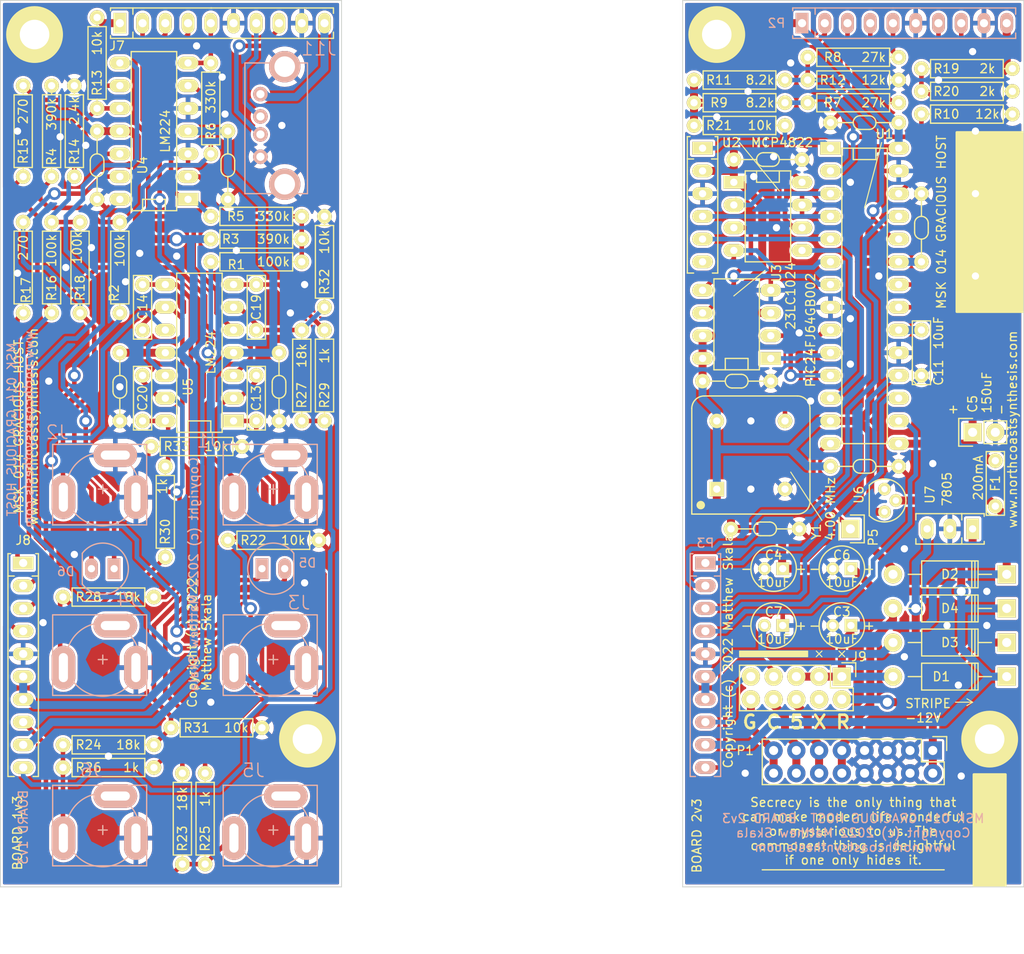
<source format=kicad_pcb>
(kicad_pcb (version 20211014) (generator pcbnew)
  (title_block (title "MSK 014 Gracious Host") (comment 1 "$Id: usb-host.kicad_pcb 10138 2022-06-04 23:46:50Z mskala $"))
  (layers (0 "F.Cu" signal) (31 "B.Cu" signal) (34 "B.Paste" user) (35 "F.Paste" user) (36 "B.SilkS" user "B.Silkscreen") (37 "F.SilkS" user "F.Silkscreen") (38 "B.Mask" user) (39 "F.Mask" user) (44 "Edge.Cuts" user))
  (net 0 "")
  (net 1 "GNDREF")
  (net 2 "+5V")
  (net 3 "+3.3V")
  (net 4 "+12V")
  (net 5 "-12V")
  (net 6 "Net-(C13-Pad1)")
  (net 7 "Net-(C13-Pad2)")
  (net 8 "Net-(C14-Pad2)")
  (net 9 "Net-(C14-Pad1)")
  (net 10 "Net-(D3-Pad2)")
  (net 11 "Net-(D4-Pad1)")
  (net 12 "Net-(J2-Pad1)")
  (net 13 "/CV1")
  (net 14 "/G1")
  (net 15 "Net-(J6-Pad1)")
  (net 16 "Net-(C11-Pad2)")
  (net 17 "Net-(C19-Pad2)")
  (net 18 "Net-(C19-Pad1)")
  (net 19 "Net-(C20-Pad2)")
  (net 20 "Net-(C20-Pad1)")
  (net 21 "Net-(J4-Pad1)")
  (net 22 "Net-(P4-Pad5)")
  (net 23 "Net-(P4-Pad4)")
  (net 24 "Net-(P4-Pad1)")
  (net 25 "Net-(J1-Pad1)")
  (net 26 "Net-(R1-Pad1)")
  (net 27 "Net-(R2-Pad1)")
  (net 28 "Net-(R10-Pad1)")
  (net 29 "Net-(R11-Pad2)")
  (net 30 "Net-(R13-Pad2)")
  (net 31 "Net-(D5-Pad1)")
  (net 32 "Net-(D6-Pad1)")
  (net 33 "Net-(R19-Pad1)")
  (net 34 "Net-(U1-Pad11)")
  (net 35 "Net-(U1-Pad10)")
  (net 36 "Net-(U1-Pad9)")
  (net 37 "Net-(D5-Pad2)")
  (net 38 "Net-(D6-Pad2)")
  (net 39 "/D-")
  (net 40 "/D+")
  (net 41 "/Vbus")
  (net 42 "Net-(U1-Pad3)")
  (net 43 "Net-(U1-Pad6)")
  (net 44 "/XCV1")
  (net 45 "/CV2")
  (net 46 "Net-(U1-Pad7)")
  (net 47 "/XIN1")
  (net 48 "/XIN2")
  (net 49 "/DOUT1")
  (net 50 "/DOUT2")
  (net 51 "/LED1")
  (net 52 "/LED2")
  (net 53 "Net-(J9-Pad10)")
  (net 54 "Net-(J9-Pad8)")
  (net 55 "Net-(J9-Pad6)")
  (net 56 "Net-(U1-Pad12)")
  (net 57 "Net-(P5-Pad1)")
  (net 64 "Net-(J9-Pad2)")
  (footprint "mskala:R4valmsk" (layer "F.Cu") (at 71.12 142.24 -90)
    (fp_text reference "R23")
    (fp_text value "18k")
  )
  (footprint "mskala:C3msk" (layer "F.Cu") (at 153.67 76.2 -90)
    (fp_text reference "C8" hide)
    (fp_text value "0.1uF" hide)
  )
  (footprint "mskala:C08msk" (layer "F.Cu") (at 137.16 114.3 180)
    (fp_text reference "C4")
    (fp_text value "10uF")
  )
  (footprint "mskala:R4valmsk" (layer "F.Cu") (at 86.995 92.71 -90)
    (fp_text reference "R29")
    (fp_text value "1k")
  )
  (footprint "mskala:R4valmsk" (layer "F.Cu") (at 62.865 117.475 180)
    (fp_text reference "R28")
    (fp_text value "18k")
  )
  (footprint "mskala:R4valmsk" (layer "F.Cu") (at 56.515 65.405 90)
    (fp_text reference "R4")
    (fp_text value "390k")
  )
  (footprint "mskala:R4valmsk" (layer "F.Cu") (at 62.865 136.525 180)
    (fp_text reference "R26")
    (fp_text value "1k")
  )
  (footprint "mskala:C08msk" (layer "F.Cu") (at 144.78 114.3 180)
    (fp_text reference "C6")
    (fp_text value "10uF")
  )
  (footprint "mskala:C3msk" (layer "F.Cu") (at 136.2075 109.855 180)
    (fp_text reference "C9" hide)
    (fp_text value "0.1uF" hide)
  )
  (footprint "mskala:SIP6msk" (layer "F.Cu") (at 129.2225 73.66 -90)
    (fp_text reference "P4")
    (fp_text value "Conn_01x06" hide)
  )
  (footprint "mskala:C08msk" (layer "F.Cu") (at 137.16 120.65 180)
    (fp_text reference "C7")
    (fp_text value "10uF")
  )
  (footprint "mskala:C3msk" (layer "F.Cu") (at 81.915 93.98 -90)
    (fp_text reference "C18" hide)
    (fp_text value "0.1uF" hide)
  )
  (footprint "mskala:C3msk" (layer "F.Cu") (at 64.135 93.98 -90)
    (fp_text reference "C17" hide)
    (fp_text value "0.1uF" hide)
  )
  (footprint "mskala:C2msk" (layer "F.Cu") (at 79.375 85.09 -90)
    (fp_text reference "C19")
    (fp_text value "100pF" hide)
  )
  (footprint "mskala:R4valmsk" (layer "F.Cu") (at 74.295 62.865 -90)
    (fp_text reference "R6")
    (fp_text value "330k")
  )
  (footprint "mskala:C3msk" (layer "F.Cu") (at 136.525 68.58 180)
    (fp_text reference "C15" hide)
    (fp_text value "0.1uF" hide)
  )
  (footprint "mskala:C3msk" (layer "F.Cu") (at 133.0325 93.345 180)
    (fp_text reference "C16" hide)
    (fp_text value "0.1uF" hide)
  )
  (footprint "mskala:R4valmsk" (layer "F.Cu") (at 56.515 80.645 90)
    (fp_text reference "R16")
    (fp_text value "100k")
  )
  (footprint "mskala:DO15msk" (layer "F.Cu") (at 156.845 126.365)
    (fp_text reference "D1")
    (fp_text value "1N5818" hide)
  )
  (footprint "mskala:R4valmsk" (layer "F.Cu") (at 61.595 57.785 -90)
    (fp_text reference "R13")
    (fp_text value "10k")
  )
  (footprint "mskala:R4valmsk" (layer "F.Cu") (at 133.35 64.77)
    (fp_text reference "R21")
    (fp_text value "10k")
  )
  (footprint "mskala:R4valmsk" (layer "F.Cu") (at 62.865 133.985 180)
    (fp_text reference "R24")
    (fp_text value "18k")
  )
  (footprint "mskala:R4valmsk" (layer "F.Cu") (at 146.05 59.69)
    (fp_text reference "R12")
    (fp_text value "12k")
  )
  (footprint "mskala:C2msk" (layer "F.Cu") (at 66.675 85.09 -90)
    (fp_text reference "C14")
    (fp_text value "100pF" hide)
  )
  (footprint "mskala:R4valmsk" (layer "F.Cu") (at 146.05 57.15)
    (fp_text reference "R8")
    (fp_text value "27k")
  )
  (footprint "mskala:R4valmsk" (layer "F.Cu") (at 158.75 58.42)
    (fp_text reference "R19")
    (fp_text value "2k")
  )
  (footprint "mskala:C3msk" (layer "F.Cu") (at 147.32 102.87 180)
    (fp_text reference "C12" hide)
    (fp_text value "0.1uF" hide)
  )
  (footprint "mskala:C2msk" (layer "F.Cu") (at 79.375 95.25 90)
    (fp_text reference "C13")
    (fp_text value "100pF" hide)
  )
  (footprint "mskala:C3msk" (layer "F.Cu") (at 147.32 64.4525)
    (fp_text reference "C10" hide)
    (fp_text value "0.1uF" hide)
  )
  (footprint "mskala:R4valmsk" (layer "F.Cu") (at 158.75 63.5)
    (fp_text reference "R10")
    (fp_text value "12k")
  )
  (footprint "mskala:C2msk" (layer "F.Cu") (at 153.67 90.17 90)
    (fp_text reference "C11")
    (fp_text value "10uF")
  )
  (footprint "mskala:R4valmsk" (layer "F.Cu") (at 59.69 80.645 90)
    (fp_text reference "R18")
    (fp_text value "100k")
  )
  (footprint "mskala:DO15msk" (layer "F.Cu") (at 156.845 122.555)
    (fp_text reference "D3")
    (fp_text value "1N5818" hide)
  )
  (footprint "mskala:C08msk" (layer "F.Cu") (at 144.78 120.65 180)
    (fp_text reference "C3")
    (fp_text value "10uF")
  )
  (footprint "mskala:DIP08_xtal" (layer "F.Cu") (at 134.62 101.6)
    (fp_text reference "Y1")
    (fp_text value "4.00 MHz")
  )
  (footprint "mskala:R4valmsk" (layer "F.Cu") (at 146.05 62.23)
    (fp_text reference "R7")
    (fp_text value "27k")
  )
  (footprint "mskala:R4valmsk" (layer "F.Cu") (at 73.66 142.24 -90)
    (fp_text reference "R25")
    (fp_text value "1k")
  )
  (footprint "mskala:DO15msk" (layer "F.Cu") (at 156.845 118.745)
    (fp_text reference "D4")
    (fp_text value "1N5818" hide)
  )
  (footprint "mskala:C3msk" (layer "F.Cu") (at 61.595 69.215 -90)
    (fp_text reference "C1" hide)
    (fp_text value "0.1uF" hide)
  )
  (footprint "mskala:R4valmsk" (layer "F.Cu") (at 84.455 92.71 -90)
    (fp_text reference "R27")
    (fp_text value "18k")
  )
  (footprint "mskala:SDIP28_clipped" (layer "F.Cu") (at 147.32 83.82 -90)
    (fp_text reference "U1")
    (fp_text value "PIC24FJ64GB002")
  )
  (footprint "mskala:R4valmsk" (layer "F.Cu") (at 53.34 65.405 -90)
    (fp_text reference "R15")
    (fp_text value "270")
  )
  (footprint "mskala:DIP08msk" (layer "F.Cu") (at 136.525 74.93 -90)
    (fp_text reference "U2")
    (fp_text value "MCP4822")
  )
  (footprint "mskala:R4valmsk" (layer "F.Cu") (at 79.375 80.01 180)
    (fp_text reference "R1")
    (fp_text value "100k")
  )
  (footprint "mskala:R4valmsk" (layer "F.Cu") (at 79.375 77.47 180)
    (fp_text reference "R3")
    (fp_text value "390k")
  )
  (footprint "mskala:R4valmsk" (layer "F.Cu") (at 64.135 80.645 -90)
    (fp_text reference "R2")
    (fp_text value "100k")
  )
  (footprint "mskala:DO15msk" (layer "F.Cu") (at 156.845 114.935)
    (fp_text reference "D2")
    (fp_text value "1N5818" hide)
  )
  (footprint "mskala:R4valmsk" (layer "F.Cu") (at 53.34 80.645 -90)
    (fp_text reference "R17")
    (fp_text value "270")
  )
  (footprint "mskala:MountingHole_M3" (layer "F.Cu") (at 54.61 54.61)
    (fp_text reference "H1" hide)
    (fp_text value "CONN_01X01" hide)
  )
  (footprint "mskala:MountingHole_M3" (layer "F.Cu") (at 85.09 133.35)
    (fp_text reference "H2" hide)
    (fp_text value "CONN_01X01" hide)
  )
  (footprint "mskala:MountingHole_M3" (layer "F.Cu") (at 130.81 54.61)
    (fp_text reference "H3" hide)
    (fp_text value "CONN_01X01" hide)
  )
  (footprint "mskala:MountingHole_M3" (layer "F.Cu") (at 161.29 133.35)
    (fp_text reference "H4" hide)
    (fp_text value "CONN_01X01" hide)
  )
  (footprint "mskala:SIP10-socket" (layer "F.Cu") (at 75.565 53.34)
    (fp_text reference "J7")
    (fp_text value "CONN_01X10" hide)
  )
  (footprint "mskala:SIP10-socket" (layer "F.Cu") (at 53.34 125.095 -90)
    (fp_text reference "J8")
    (fp_text value "CONN_01X10" hide)
  )
  (footprint "mskala:DIP08msk" (layer "F.Cu") (at 133.0325 86.995 90)
    (fp_text reference "U3")
    (fp_text value "23LC1024")
  )
  (footprint "mskala:DIP14msk_clipped" (layer "F.Cu") (at 67.945 65.405 90)
    (fp_text reference "U4")
    (fp_text value "LM224")
  )
  (footprint "mskala:R4valmsk" (layer "F.Cu") (at 133.35 59.69)
    (fp_text reference "R11")
    (fp_text value "8.2k")
  )
  (footprint "mskala:R4valmsk" (layer "F.Cu") (at 133.35 62.23)
    (fp_text reference "R9")
    (fp_text value "8.2k")
  )
  (footprint "mskala:R4valmsk" (layer "F.Cu") (at 79.375 74.93)
    (fp_text reference "R5")
    (fp_text value "330k")
  )
  (footprint "mskala:R4valmsk" (layer "F.Cu") (at 81.28 111.125 180)
    (fp_text reference "R22")
    (fp_text value "10k")
  )
  (footprint "mskala:R4valmsk" (layer "F.Cu") (at 74.93 132.08 180)
    (fp_text reference "R31")
    (fp_text value "10k")
  )
  (footprint "mskala:R4valmsk" (layer "F.Cu") (at 72.7075 100.6475 180)
    (fp_text reference "R33")
    (fp_text value "10k")
  )
  (footprint "mskala:R4valmsk" (layer "F.Cu") (at 158.75 60.96)
    (fp_text reference "R20")
    (fp_text value "2k")
  )
  (footprint "mskala:R4valmsk" (layer "F.Cu") (at 86.995 80.01 -90)
    (fp_text reference "R32")
    (fp_text value "10k")
  )
  (footprint "mskala:C3msk" (layer "F.Cu") (at 76.2 69.215 -90)
    (fp_text reference "C2" hide)
    (fp_text value "0.1uF" hide)
  )
  (footprint "mskala:R4valmsk" (layer "F.Cu") (at 59.055 65.405 90)
    (fp_text reference "R14")
    (fp_text value "2.4k")
  )
  (footprint "mskala:C2msk" (layer "F.Cu") (at 66.675 95.25 90)
    (fp_text reference "C20")
    (fp_text value "100pF" hide)
  )
  (footprint "mskala:TO92msk" (layer "F.Cu") (at 149.5425 105.41 -90)
    (fp_text reference "U6")
    (fp_text value "MCP1700-3302" hide)
  )
  (footprint "mskala:DIP14msk_clipped" (layer "F.Cu") (at 73.025 90.17 90)
    (fp_text reference "U5")
    (fp_text value "LM224")
  )
  (footprint "mskala:2x08ra" (layer "F.Cu") (at 154.94 134.62 -90)
    (fp_text reference "P1")
    (fp_text value "Conn_02x08_Odd_Even" hide)
  )
  (footprint "mskala:2x05msk" (layer "F.Cu") (at 144.78 126.365 -90)
    (fp_text reference "J9")
    (fp_text value "CONN_02X05" hide)
  )
  (footprint "mskala:1x02msk" (layer "F.Cu") (at 159.385 99.06 90)
    (fp_text reference "C5")
    (fp_text value "150uF")
  )
  (footprint "mskala:C2msk" (layer "F.Cu") (at 161.925 104.775 90)
    (fp_text reference "F1")
    (fp_text value "200mA")
  )
  (footprint "mskala:SIP3msk" (layer "F.Cu") (at 156.845 109.855 180)
    (fp_text reference "U7")
    (fp_text value "7805")
  )
  (footprint "mskala:1x01msk" (layer "F.Cu") (at 145.7325 109.855 -90)
    (fp_text reference "P5")
    (fp_text value "CONN_01X01" hide)
  )
  (footprint "mskala:R4valmsk" (layer "F.Cu") (at 69.215 107.95 -90)
    (fp_text reference "R30")
    (fp_text value "1k")
  )
  (footprint "mskala:mono_jack_slotted" (layer "B.Cu") (at 81.28 143.51 -90)
    (fp_text reference "J5")
    (fp_text value "JACK_2P" hide)
  )
  (footprint "mskala:USB_A_vert" (layer "B.Cu") (at 82.55 64.77 -90)
    (fp_text reference "J11")
    (fp_text value "USB_A" hide)
  )
  (footprint "mskala:mono_jack_slotted" (layer "B.Cu") (at 62.23 143.51 -90)
    (fp_text reference "J6")
    (fp_text value "JACK_2P" hide)
  )
  (footprint "mskala:mono_jack_slotted" (layer "B.Cu") (at 81.28 124.46 -90)
    (fp_text reference "J3")
    (fp_text value "JACK_2P" hide)
  )
  (footprint "mskala:LEDmsk" (layer "B.Cu") (at 81.28 114.3)
    (fp_text reference "D5")
    (fp_text value "MCL056PURGW" hide)
  )
  (footprint "mskala:LEDmsk" (layer "B.Cu") (at 62.23 114.3 180)
    (fp_text reference "D6")
    (fp_text value "MCL056PURGW" hide)
  )
  (footprint "mskala:mono_jack_slotted" (layer "B.Cu") (at 81.28 105.41 -90)
    (fp_text reference "J1")
    (fp_text value "JACK_2P" hide)
  )
  (footprint "mskala:mono_jack_slotted" (layer "B.Cu") (at 62.23 105.41 -90)
    (fp_text reference "J2")
    (fp_text value "JACK_2P" hide)
  )
  (footprint "mskala:SIP10-pins" (layer "B.Cu") (at 151.765 53.34)
    (fp_text reference "P2")
    (fp_text value "CONN_01X10" hide)
  )
  (footprint "mskala:SIP10-pins" (layer "B.Cu") (at 129.54 125.095 -90)
    (fp_text reference "P3")
    (fp_text value "CONN_01X10" hide)
  )
  (footprint "mskala:mono_jack_slotted" (layer "B.Cu") (at 62.23 124.46 -90)
    (fp_text reference "J4")
    (fp_text value "JACK_2P" hide)
  )
  (gr_line (start 149.225 66.675) (end 147.32 73.9775) (layer "F.SilkS") (width 0.12))
  (gr_line (start 142.5575 108.9025) (end 139.065 103.505) (layer "F.SilkS") (width 0.12))
  (gr_line (start 144.4625 123.5075) (end 145.0975 124.1425) (layer "F.SilkS") (width 0.12))
  (gr_line (start 144.4625 124.1425) (end 145.0975 123.5075) (layer "F.SilkS") (width 0.12))
  (gr_line (start 133.35 66.675) (end 137.795 72.0725) (layer "F.SilkS") (width 0.12))
  (gr_line (start 141.9225 123.5075) (end 142.5575 124.1425) (layer "F.SilkS") (width 0.12))
  (gr_poly (pts (xy 140.97 124.1425) (xy 133.35 124.1425) (xy 133.35 123.5075) (xy 140.97 123.5075)) (layer "F.SilkS") (width 0.1) (fill solid))
  (gr_line (start 136.2075 80.9625) (end 132.715 83.82) (layer "F.SilkS") (width 0.12))
  (gr_line (start 141.9225 124.1425) (end 142.5575 123.5075) (layer "F.SilkS") (width 0.12))
  (gr_line (start 159.385 129.2225) (end 158.75 128.8415) (layer "F.SilkS") (width 0.12))
  (gr_line (start 157.48 129.2225) (end 159.385 129.2225) (layer "F.SilkS") (width 0.12))
  (gr_line (start 159.385 129.2225) (end 158.75 129.6035) (layer "F.SilkS") (width 0.12))
  (gr_line (start 50.8 149.86) (end 50.8 50.8) (layer "Edge.Cuts") (width 0.1))
  (gr_line (start 127 149.86) (end 127 50.8) (layer "Edge.Cuts") (width 0.1))
  (gr_line (start 165.1 50.8) (end 165.1 149.86) (layer "Edge.Cuts") (width 0.1))
  (gr_line (start 165.1 149.86) (end 127 149.86) (layer "Edge.Cuts") (width 0.1))
  (gr_line (start 88.9 50.8) (end 88.9 149.86) (layer "Edge.Cuts") (width 0.1))
  (gr_line (start 50.8 50.8) (end 88.9 50.8) (layer "Edge.Cuts") (width 0.1))
  (gr_line (start 88.9 149.86) (end 50.8 149.86) (layer "Edge.Cuts") (width 0.1))
  (gr_line (start 127 50.8) (end 165.1 50.8) (layer "Edge.Cuts") (width 0.1))
  (gr_text "BOARD 1v3" (at 53.34 143.1925 90) (layer "B.SilkS") (effects (font (size 1 1)) (justify mirror)))
  (gr_text "MSK 014 GRACIOUS HOST  BOARD 2v3\nCopyright (c) 2022 Matthew Skala\nwww.northcoastsynthesis.com" (at 146.05 143.8275) (layer "B.SilkS") (effects (font (size 1 1)) (justify mirror)))
  (gr_text "www.northcoastsynthesis.com" (at 53.975 98.7425 90) (layer "B.SilkS") (effects (font (size 1 1)) (justify mirror)))
  (gr_text "MSK 014 GRACIOUS HOST" (at 52.07 98.7425 90) (layer "B.SilkS") (effects (font (size 1 1)) (justify mirror)))
  (gr_text "Copyright (c) 2022 Matthew Skala" (at 72.39 114.935 90) (layer "B.SilkS") (effects (font (size 1 1)) (justify mirror)))
  (gr_text "G C 5 X R" (at 139.7 131.445) (layer "F.SilkS") (effects (font (size 1.5 1.5) (thickness 0.3))))
  (gr_text "Copyright (c) 2022\nMatthew Skala" (at 73.025 122.555 90) (layer "F.SilkS") (effects (font (size 1 1))))
  (gr_text "Secrecy is the only thing that\ncan make modern life wonderful\nor mysterious to us. The\ncommonest thing is delightful\nif one only hides it." (at 146.05 143.637) (layer "F.SilkS") (effects (font (size 1 1))))
  (gr_text "BOARD 2v3" (at 128.5875 144.145 90) (layer "F.SilkS") (effects (font (size 1 1))))
  (gr_text "Copyright (c) 2022 Matthew Skala" (at 132.08 123.5075 90) (layer "F.SilkS") (effects (font (size 1 1))))
  (gr_text "MSK 014 GRACIOUS HOST" (at 155.8925 75.565 90) (layer "F.SilkS") (effects (font (size 1 1))))
  (gr_text "MSK 014 GRACIOUS HOST\nwww.northcoastsynthesis.com" (at 53.6575 98.425 90) (layer "F.SilkS") (effects (font (size 1 1))))
  (gr_text "-" (at 162.56 96.52 90) (layer "F.SilkS") (effects (font (size 1 1))))
  (gr_text "www.northcoastsynthesis.com" (at 163.83 98.7425 90) (layer "F.SilkS") (effects (font (size 1 1))))
  (gr_text "+" (at 157.1625 96.52 90) (layer "F.SilkS") (effects (font (size 1 1))))
  (gr_text "BOARD 1v3" (at 52.705 143.8275 90) (layer "F.SilkS") (effects (font (size 1 1))))
  (gr_text "STRIPE\n-12V" (at 151.765 130.175) (layer "F.SilkS") (effects (font (size 1 1)) (justify left)))
  (via (at 137.4775 76.2) (size 1.4224) (drill 0.8128) (layers "F.Cu" "B.Cu") (net 1))
  (via (at 133.985 137.16) (size 1.4224) (drill 0.8128) (layers "F.Cu" "B.Cu") (net 1))
  (via (at 155.575 59.69) (size 1.4224) (drill 0.8128) (layers "F.Cu" "B.Cu") (net 1))
  (via (at 77.1525 78.74) (size 1.4224) (drill 0.8128) (layers "F.Cu" "B.Cu") (net 1))
  (via (at 160.9725 120.65) (size 1.4224) (drill 0.8128) (layers "F.Cu" "B.Cu") (net 1))
  (via (at 159.7025 72.39) (size 1.4224) (drill 0.8128) (layers "F.Cu" "B.Cu") (net 1))
  (via (at 64.77 82.2325) (size 1.4224) (drill 0.8128) (layers "F.Cu" "B.Cu") (net 1))
  (via (at 145.7325 86.36) (size 1.4224) (drill 0.8128) (layers "F.Cu" "B.Cu") (net 1))
  (via (at 134.3025 60.96) (size 1.4224) (drill 0.8128) (layers "F.Cu" "B.Cu") (net 1))
  (via (at 62.865 135.255) (size 1.4224) (drill 0.8128) (layers "F.Cu" "B.Cu") (net 1))
  (via (at 66.3575 79.0575) (size 1.4224) (drill 0.8128) (layers "F.Cu" "B.Cu") (net 1))
  (via (at 140.0175 87.9475) (size 1.4224) (drill 0.8128) (layers "F.Cu" "B.Cu") (net 1))
  (via (at 148.9075 81.5975) (size 1.4224) (drill 0.8128) (layers "F.Cu" "B.Cu") (net 1))
  (via (at 64.135 93.98) (size 1.4224) (drill 0.8128) (layers "F.Cu" "B.Cu") (net 1))
  (via (at 70.485 79.375) (size 1.4224) (drill 0.8128) (layers "F.Cu" "B.Cu") (net 1))
  (via (at 55.5625 120.3325) (size 1.4224) (drill 0.8128) (layers "F.Cu" "B.Cu") (net 1))
  (via (at 151.765 112.0775) (size 1.4224) (drill 0.8128) (layers "F.Cu" "B.Cu") (net 1))
  (via (at 145.7325 91.44) (size 1.4224) (drill 0.8128) (layers "F.Cu" "B.Cu") (net 1))
  (via (at 151.765 124.1425) (size 1.4224) (drill 0.8128) (layers "F.Cu" "B.Cu") (net 1))
  (via (at 84.7725 82.55) (size 1.4224) (drill 0.8128) (layers "F.Cu" "B.Cu") (net 1))
  (via (at 157.7975 127.3175) (size 1.4224) (drill 0.8128) (layers "F.Cu" "B.Cu") (net 1))
  (via (at 57.4675 66.04) (size 1.4224) (drill 0.8128) (layers "F.Cu" "B.Cu") (net 1))
  (via (at 84.7725 115.8875) (size 1.4224) (drill 0.8128) (layers "F.Cu" "B.Cu") (net 1))
  (via (at 58.1025 80.645) (size 1.4224) (drill 0.8128) (layers "F.Cu" "B.Cu") (net 1))
  (via (at 154.94 102.5525) (size 1.4224) (drill 0.8128) (layers "F.Cu" "B.Cu") (net 1))
  (via (at 134.62 105.41) (size 1.4224) (drill 0.8128) (layers "F.Cu" "B.Cu") (net 1))
  (via (at 158.115 137.4775) (size 1.4224) (drill 0.8128) (layers "F.Cu" "B.Cu") (net 1))
  (via (at 52.705 65.405) (size 1.4224) (drill 0.8128) (layers "F.Cu" "B.Cu") (net 1))
  (via (at 160.9725 116.84) (size 1.4224) (drill 0.8128) (layers "F.Cu" "B.Cu") (net 1))
  (via (at 72.7075 55.88) (size 1.4224) (drill 0.8128) (layers "F.Cu" "B.Cu") (net 1))
  (via (at 75.8825 63.5) (size 1.4224) (drill 0.8128) (layers "F.Cu" "B.Cu") (net 1))
  (via (at 82.2325 64.77) (size 1.4224) (drill 0.8128) (layers "F.Cu" "B.Cu") (net 1))
  (via (at 56.1975 93.345) (size 1.4224) (drill 0.8128) (layers "F.Cu" "B.Cu") (net 1))
  (via (at 52.705 81.28) (size 1.4224) (drill 0.8128) (layers "F.Cu" "B.Cu") (net 1))
  (via (at 75.565 59.3725) (size 1.4224) (drill 0.8128) (layers "F.Cu" "B.Cu") (net 1))
  (via (at 141.2875 95.5675) (size 1.4224) (drill 0.8128) (layers "F.Cu" "B.Cu") (net 1))
  (via (at 156.5275 120.65) (size 1.4224) (drill 0.8128) (layers "F.Cu" "B.Cu") (net 1))
  (via (at 159.385 56.515) (size 1.4224) (drill 0.8128) (layers "F.Cu" "B.Cu") (net 1))
  (via (at 145.7325 71.12) (size 1.4224) (drill 0.8128) (layers "F.Cu" "B.Cu") (net 1))
  (via (at 83.185 85.725) (size 1.4224) (drill 0.8128) (layers "F.Cu" "B.Cu") (net 1))
  (via (at 60.325 66.9925) (size 1.4224) (drill 0.8128) (layers "F.Cu" "B.Cu") (net 1))
  (via (at 134.62 97.79) (size 1.4224) (drill 0.8128) (layers "F.Cu" "B.Cu") (net 1))
  (via (at 159.7025 81.5975) (size 1.4224) (drill 0.8128) (layers "F.Cu" "B.Cu") (net 1))
  (via (at 134.9375 70.485) (size 1.4224) (drill 0.8128) (layers "F.Cu" "B.Cu") (net 1))
  (via (at 139.065 57.785) (size 1.4224) (drill 0.8128) (layers "F.Cu" "B.Cu") (net 1))
  (via (at 59.055 112.7125) (size 1.4224) (drill 0.8128) (layers "F.Cu" "B.Cu") (net 1))
  (via (at 159.7025 65.405) (size 1.4224) (drill 0.8128) (layers "F.Cu" "B.Cu") (net 1))
  (via (at 130.81 63.8175) (size 1.4224) (drill 0.8128) (layers "F.Cu" "B.Cu") (net 1))
  (via (at 74.295 129.2225) (size 1.4224) (drill 0.8128) (layers "F.Cu" "B.Cu") (net 1))
  (via (at 137.16 68.2625) (size 1.4224) (drill 0.8128) (layers "F.Cu" "B.Cu") (net 1))
  (via (at 60.96 78.4225) (size 1.4224) (drill 0.8128) (layers "F.Cu" "B.Cu") (net 1))
  (segment (start 144.78 122.555) (end 144.78 126.365) (width 0.889) (layer "F.Cu") (net 2))
  (segment (start 163.195 108.585) (end 163.195 114.935) (width 0.889) (layer "F.Cu") (net 2))
  (segment (start 142.24 126.365) (end 144.78 126.365) (width 0.889) (layer "F.Cu") (net 2))
  (segment (start 139.7 126.365) (end 142.24 126.365) (width 0.889) (layer "F.Cu") (net 2))
  (segment (start 144.78 122.555) (end 145.7325 121.6025) (width 0.889) (layer "F.Cu") (net 2))
  (segment (start 150.8125 106.68) (end 161.29 106.68) (width 0.889) (layer "F.Cu") (net 2))
  (segment (start 145.7325 121.6025) (end 145.7325 120.65) (width 0.889) (layer "F.Cu") (net 2))
  (segment (start 161.29 106.68) (end 163.195 108.585) (width 0.889) (layer "F.Cu") (net 2))
  (segment (start 154.305 120.65) (end 154.94 120.015) (width 0.889) (layer "B.Cu") (net 2))
  (segment (start 145.7325 120.65) (end 154.305 120.65) (width 0.889) (layer "B.Cu") (net 2))
  (segment (start 150.495 126.365) (end 144.78 126.365) (width 0.889) (layer "B.Cu") (net 2))
  (segment (start 154.94 116.205) (end 156.21 114.935) (width 0.889) (layer "B.Cu") (net 2))
  (segment (start 154.94 120.015) (end 154.94 116.205) (width 0.889) (layer "B.Cu") (net 2))
  (segment (start 156.21 114.935) (end 163.195 114.935) (width 0.889) (layer "B.Cu") (net 2))
  (segment (start 128.27 62.23) (end 132.715 62.23) (width 0.889) (layer "F.Cu") (net 3))
  (segment (start 147.32 72.39) (end 146.685 73.025) (width 0.889) (layer "F.Cu") (net 3))
  (segment (start 146.685 97.79) (end 147.955 99.06) (width 0.889) (layer "F.Cu") (net 3))
  (segment (start 132.715 69.85) (end 132.715 68.58) (width 0.889) (layer "F.Cu") (net 3))
  (segment (start 146.685 80.01) (end 146.685 83.5025) (width 0.889) (layer "F.Cu") (net 3))
  (segment (start 132.715 69.85) (end 128.905 69.85) (width 0.889) (layer "F.Cu") (net 3))
  (segment (start 135.89 73.66) (end 135.89 80.645) (width 0.889) (layer "F.Cu") (net 3))
  (segment (start 143.1925 112.395) (end 141.2875 114.3) (width 0.889) (layer "F.Cu") (net 3))
  (segment (start 149.5425 107.95) (end 147.955 107.95) (width 0.889) (layer "F.Cu") (net 3))
  (segment (start 146.685 73.025) (end 146.685 80.01) (width 0.889) (layer "F.Cu") (net 3))
  (segment (start 130.81 106.9975) (end 132.3975 108.585) (width 0.889) (layer "F.Cu") (net 3))
  (segment (start 141.2875 114.3) (end 138.1125 114.3) (width 0.889) (layer "F.Cu") (net 3))
  (segment (start 147.955 99.06) (end 147.955 111.76) (width 0.889) (layer "F.Cu") (net 3))
  (segment (start 133.985 82.55) (end 133.985 85.725) (width 0.889) (layer "F.Cu") (net 3))
  (segment (start 139.065 53.34) (end 140.335 53.34) (width 0.889) (layer "F.Cu") (net 3))
  (segment (start 128.27 62.23) (end 128.27 64.77) (width 0.889) (layer "F.Cu") (net 3))
  (segment (start 133.985 85.725) (end 131.445 88.265) (width 0.889) (layer "F.Cu") (net 3))
  (segment (start 138.1125 111.125) (end 136.8425 109.855) (width 0.889) (layer "F.Cu") (net 3))
  (segment (start 132.715 71.12) (end 132.715 69.85) (width 0.889) (layer "F.Cu") (net 3))
  (segment (start 146.685 83.5025) (end 147.955 84.7725) (width 0.889) (layer "F.Cu") (net 3))
  (segment (start 147.32 112.395) (end 143.1925 112.395) (width 0.889) (layer "F.Cu") (net 3))
  (segment (start 151.13 67.31) (end 148.59 67.31) (width 0.889) (layer "F.Cu") (net 3))
  (segment (start 148.59 67.31) (end 147.32 68.58) (width 0.889) (layer "F.Cu") (net 3))
  (segment (start 138.1125 114.3) (end 138.1125 111.125) (width 0.889) (layer "F.Cu") (net 3))
  (segment (start 147.955 111.76) (end 147.32 112.395) (width 0.889) (layer "F.Cu") (net 3))
  (segment (start 129.2225 90.805) (end 129.2225 88.265) (width 0.889) (layer "F.Cu") (net 3))
  (segment (start 132.715 59.69) (end 139.065 53.34) (width 0.889) (layer "F.Cu") (net 3))
  (segment (start 132.715 62.23) (end 132.715 59.69) (width 0.889) (layer "F.Cu") (net 3))
  (segment (start 143.51 97.79) (end 146.685 97.79) (width 0.889) (layer "F.Cu") (net 3))
  (segment (start 150.495 114.3) (end 150.495 114.935) (width 0.889) (layer "F.Cu") (net 3))
  (segment (start 135.89 73.66) (end 133.35 71.12) (width 0.889) (layer "F.Cu") (net 3))
  (segment (start 132.715 68.58) (end 132.715 62.23) (width 0.889) (layer "F.Cu") (net 3))
  (segment (start 151.13 80.01) (end 146.685 80.01) (width 0.889) (layer "F.Cu") (net 3))
  (segment (start 129.2225 93.345) (end 129.2225 90.805) (width 0.889) (layer "F.Cu") (net 3))
  (segment (start 135.89 80.645) (end 133.985 82.55) (width 0.889) (layer "F.Cu") (net 3))
  (segment (start 131.445 88.265) (end 129.2225 88.265) (width 0.889) (layer "F.Cu") (net 3))
  (segment (start 147.955 84.7725) (end 147.955 96.52) (width 0.889) (layer "F.Cu") (net 3))
  (segment (start 62.23 53.34) (end 64.135 53.34) (width 0.889) (layer "F.Cu") (net 3))
  (segment (start 133.985 85.725) (end 136.8425 85.725) (width 0.889) (layer "F.Cu") (net 3))
  (segment (start 147.32 68.58) (end 147.32 72.39) (width 0.889) (layer "F.Cu") (net 3))
  (segment (start 130.81 105.41) (end 130.81 106.9975) (width 0.889) (layer "F.Cu") (net 3))
  (segment (start 132.3975 108.585) (end 132.3975 109.855) (width 0.889) (layer "F.Cu") (net 3))
  (segment (start 147.955 111.76) (end 150.495 114.3) (width 0.889) (layer "F.Cu") (net 3))
  (segment (start 61.595 52.705) (end 62.23 53.34) (width 0.889) (layer "F.Cu") (net 3))
  (segment (start 136.8425 109.855) (end 132.3975 109.855) (width 0.889) (layer "F.Cu") (net 3))
  (segment (start 128.27 59.69) (end 128.27 62.23) (width 0.889) (layer "F.Cu") (net 3))
  (segment (start 147.955 96.52) (end 146.685 97.79) (width 0.889) (layer "F.Cu") (net 3))
  (segment (start 151.13 67.31) (end 151.13 64.4525) (width 0.889) (layer "B.Cu") (net 3))
  (segment (start 130.81 96.8375) (end 130.81 105.41) (width 0.889) (layer "B.Cu") (net 3))
  (segment (start 130.81 100.965) (end 139.065 100.965) (width 0.889) (layer "B.Cu") (net 3))
  (segment (start 142.24 97.79) (end 143.51 97.79) (width 0.889) (layer "B.Cu") (net 3))
  (segment (start 129.2225 95.25) (end 129.2225 93.345) (width 0.889) (layer "B.Cu") (net 3))
  (segment (start 139.065 100.965) (end 140.97 102.87) (width 0.889) (layer "B.Cu") (net 3))
  (segment (start 139.065 100.965) (end 142.24 97.79) (width 0.889) (layer "B.Cu") (net 3))
  (segment (start 130.81 96.8375) (end 129.2225 95.25) (width 0.889) (layer "B.Cu") (net 3))
  (segment (start 140.335 53.975) (end 151.13 64.77) (width 0.889) (layer "B.Cu") (net 3))
  (segment (start 151.13 80.01) (end 153.67 80.01) (width 0.889) (layer "B.Cu") (net 3))
  (segment (start 140.97 102.87) (end 143.51 102.87) (width 0.889) (layer "B.Cu") (net 3))
  (segment (start 148.59 116.84) (end 158.115 116.84) (width 0.889) (layer "F.Cu") (net 4))
  (segment (start 158.115 113.03) (end 159.385 111.76) (width 0.889) (layer "F.Cu") (net 4))
  (segment (start 159.385 111.76) (end 159.385 109.855) (width 0.889) (layer "F.Cu") (net 4))
  (segment (start 158.115 116.84) (end 158.115 113.03) (width 0.889) (layer "F.Cu") (net 4))
  (segment (start 146.05 114.3) (end 148.59 116.84) (width 0.889) (layer "F.Cu") (net 4))
  (via (at 158.115 116.84) (size 1.6256) (drill 1.016) (layers "F.Cu" "B.Cu") (net 4))
  (segment (start 163.195 126.365) (end 161.29 126.365) (width 0.889) (layer "B.Cu") (net 4))
  (segment (start 76.835 90.17) (end 81.915 90.17) (width 0.889) (layer "B.Cu") (net 4))
  (segment (start 80.01 80.01) (end 80.01 73.66) (width 0.889) (layer "B.Cu") (net 4))
  (segment (start 53.975 133.985) (end 56.515 131.445) (width 0.889) (layer "B.Cu") (net 4))
  (segment (start 81.28 90.17) (end 81.28 81.28) (width 0.889) (layer "B.Cu") (net 4))
  (segment (start 80.01 73.66) (end 76.2 69.85) (width 0.889) (layer "B.Cu") (net 4))
  (segment (start 74.295 125.095) (end 74.295 92.71) (width 0.889) (layer "B.Cu") (net 4))
  (segment (start 67.945 131.445) (end 74.295 125.095) (width 0.889) (layer "B.Cu") (net 4))
  (segment (start 81.28 81.28) (end 80.01 80.01) (width 0.889) (layer "B.Cu") (net 4))
  (segment (start 156.21 131.445) (end 137.16 131.445) (width 0.889) (layer "B.Cu") (net 4))
  (segment (start 76.2 69.85) (end 76.2 65.405) (width 0.889) (layer "B.Cu") (net 4))
  (segment (start 74.295 92.71) (end 76.835 90.17) (width 0.889) (layer "B.Cu") (net 4))
  (segment (start 76.2 65.405) (end 71.755 65.405) (width 0.889) (layer "B.Cu") (net 4))
  (segment (start 158.115 123.19) (end 158.115 116.84) (width 0.889) (layer "B.Cu") (net 4))
  (segment (start 134.62 133.985) (end 129.54 133.985) (width 0.889) (layer "B.Cu") (net 4))
  (segment (start 161.29 126.365) (end 158.115 123.19) (width 0.889) (layer "B.Cu") (net 4))
  (segment (start 137.16 131.445) (end 134.62 133.985) (width 0.889) (layer "B.Cu") (net 4))
  (segment (start 161.29 126.365) (end 156.21 131.445) (width 0.889) (layer "B.Cu") (net 4))
  (segment (start 56.515 131.445) (end 67.945 131.445) (width 0.889) (layer "B.Cu") (net 4))
  (segment (start 163.195 118.745) (end 158.115 118.745) (width 0.889) (layer "B.Cu") (net 4))
  (segment (start 70.485 77.47) (end 67.945 77.47) (width 0.889) (layer "F.Cu") (net 5))
  (segment (start 69.215 90.17) (end 64.135 90.17) (width 0.889) (layer "F.Cu") (net 5))
  (segment (start 67.945 77.47) (end 66.04 75.565) (width 0.889) (layer "F.Cu") (net 5))
  (segment (start 65.405 65.405) (end 64.135 65.405) (width 0.889) (layer "F.Cu") (net 5))
  (segment (start 61.595 65.405) (end 64.135 65.405) (width 0.889) (layer "F.Cu") (net 5))
  (segment (start 66.04 66.04) (end 65.405 65.405) (width 0.889) (layer "F.Cu") (net 5))
  (segment (start 66.04 75.565) (end 66.04 66.04) (width 0.889) (layer "F.Cu") (net 5))
  (via (at 70.485 77.47) (size 1.6256) (drill 1.016) (layers "F.Cu" "B.Cu") (net 5))
  (segment (start 56.515 62.865) (end 57.15 63.5) (width 0.889) (layer "B.Cu") (net 5))
  (segment (start 53.975 128.905) (end 54.61 129.54) (width 0.889) (layer "B.Cu") (net 5))
  (segment (start 56.515 60.325) (end 56.515 62.865) (width 0.889) (layer "B.Cu") (net 5))
  (segment (start 60.96 65.405) (end 61.595 65.405) (width 0.889) (layer "B.Cu") (net 5))
  (segment (start 72.39 77.47) (end 70.485 77.47) (width 0.889) (layer "B.Cu") (net 5))
  (segment (start 59.055 63.5) (end 60.96 65.405) (width 0.889) (layer "B.Cu") (net 5))
  (segment (start 53.34 126.365) (end 53.34 128.905) (width 0.889) (layer "B.Cu") (net 5))
  (segment (start 130.175 126.365) (end 132.715 123.825) (width 0.889) (layer "B.Cu") (net 5))
  (segment (start 66.675 129.54) (end 72.39 123.825) (width 0.889) (layer "B.Cu") (net 5))
  (segment (start 57.15 63.5) (end 59.055 63.5) (width 0.889) (layer "B.Cu") (net 5))
  (segment (start 129.54 128.905) (end 129.54 126.365) (width 0.889) (layer "B.Cu") (net 5))
  (segment (start 72.39 77.47) (end 74.295 77.47) (width 0.889) (layer "B.Cu") (net 5))
  (segment (start 72.39 81.28) (end 72.0725 80.9625) (width 0.889) (layer "B.Cu") (net 5))
  (segment (start 70.8025 90.17) (end 72.39 88.5825) (width 0.889) (layer "B.Cu") (net 5))
  (segment (start 132.715 123.825) (end 135.89 123.825) (width 0.889) (layer "B.Cu") (net 5))
  (segment (start 70.8025 90.17) (end 69.215 90.17) (width 0.889) (layer "B.Cu") (net 5))
  (segment (start 54.61 129.54) (end 66.675 129.54) (width 0.889) (layer "B.Cu") (net 5))
  (segment (start 72.0725 80.9625) (end 72.0725 77.47) (width 0.889) (layer "B.Cu") (net 5))
  (segment (start 149.225 123.825) (end 135.89 123.825) (width 0.889) (layer "B.Cu") (net 5))
  (segment (start 135.89 123.825) (end 135.89 120.9675) (width 0.889) (layer "B.Cu") (net 5))
  (segment (start 150.495 122.555) (end 149.225 123.825) (width 0.889) (layer "B.Cu") (net 5))
  (segment (start 72.39 91.7575) (end 70.8025 90.17) (width 0.889) (layer "B.Cu") (net 5))
  (segment (start 135.89 120.9675) (end 136.2075 120.65) (width 0.889) (layer "B.Cu") (net 5))
  (segment (start 72.39 88.5825) (end 72.39 81.28) (width 0.889) (layer "B.Cu") (net 5))
  (segment (start 72.39 123.825) (end 72.39 91.7575) (width 0.889) (layer "B.Cu") (net 5))
  (segment (start 76.835 97.79) (end 79.375 97.79) (width 0.508) (layer "F.Cu") (net 6))
  (segment (start 81.28 104.775) (end 81.28 109.22) (width 0.508) (layer "F.Cu") (net 6))
  (segment (start 79.375 97.79) (end 79.375 102.87) (width 0.508) (layer "F.Cu") (net 6))
  (segment (start 86.995 114.935) (end 86.995 127.635) (width 0.508) (layer "F.Cu") (net 6))
  (segment (start 79.6925 128.905) (end 73.66 134.9375) (width 0.508) (layer "F.Cu") (net 6))
  (segment (start 86.995 127.635) (end 85.725 128.905) (width 0.508) (layer "F.Cu") (net 6))
  (segment (start 73.66 134.9375) (end 73.66 137.16) (width 0.508) (layer "F.Cu") (net 6))
  (segment (start 79.375 102.87) (end 81.28 104.775) (width 0.508) (layer "F.Cu") (net 6))
  (segment (start 85.725 128.905) (end 79.6925 128.905) (width 0.508) (layer "F.Cu") (net 6))
  (segment (start 81.28 109.22) (end 86.995 114.935) (width 0.508) (layer "F.Cu") (net 6))
  (segment (start 79.375 93.345) (end 79.375 92.71) (width 0.508) (layer "F.Cu") (net 7))
  (segment (start 79.375 104.775) (end 79.375 108.585) (width 0.508) (layer "F.Cu") (net 7))
  (segment (start 74.93 100.33) (end 79.375 104.775) (width 0.508) (layer "F.Cu") (net 7))
  (segment (start 79.375 108.585) (end 76.835 111.125) (width 0.508) (layer "F.Cu") (net 7))
  (segment (start 80.01 123.19) (end 80.01 126.6825) (width 0.508) (layer "F.Cu") (net 7))
  (segment (start 71.12 135.5725) (end 71.12 137.16) (width 0.508) (layer "F.Cu") (net 7))
  (segment (start 77.47 95.25) (end 79.375 93.345) (width 0.508) (layer "F.Cu") (net 7))
  (segment (start 78.74 118.745) (end 78.74 121.92) (width 0.508) (layer "F.Cu") (net 7))
  (segment (start 74.93 96.52) (end 74.93 100.33) (width 0.508) (layer "F.Cu") (net 7))
  (segment (start 80.01 126.6825) (end 71.12 135.5725) (width 0.508) (layer "F.Cu") (net 7))
  (segment (start 76.2 95.25) (end 74.93 96.52) (width 0.508) (layer "F.Cu") (net 7))
  (segment (start 76.835 111.125) (end 76.2 111.125) (width 0.508) (layer "F.Cu") (net 7))
  (segment (start 78.74 121.92) (end 80.01 123.19) (width 0.508) (layer "F.Cu") (net 7))
  (via (at 78.74 118.745) (size 1.4224) (drill 0.8128) (layers "F.Cu" "B.Cu") (net 7))
  (segment (start 78.105 113.03) (end 76.2 111.125) (width 0.508) (layer "B.Cu") (net 7))
  (segment (start 78.74 118.745) (end 78.105 118.11) (width 0.508) (layer "B.Cu") (net 7))
  (segment (start 78.105 118.11) (end 78.105 113.03) (width 0.508) (layer "B.Cu") (net 7))
  (segment (start 71.12 102.5525) (end 71.755 103.1875) (width 0.508) (layer "F.Cu") (net 8))
  (segment (start 71.12 86.36) (end 71.12 102.5525) (width 0.508) (layer "F.Cu") (net 8))
  (segment (start 67.945 128.905) (end 69.85 130.81) (width 0.508) (layer "F.Cu") (net 8))
  (segment (start 71.755 116.84) (end 67.945 120.65) (width 0.508) (layer "F.Cu") (net 8))
  (segment (start 67.945 120.65) (end 67.945 128.905) (width 0.508) (layer "F.Cu") (net 8))
  (segment (start 66.675 86.995) (end 68.58 85.09) (width 0.508) (layer "F.Cu") (net 8))
  (segment (start 66.675 87.63) (end 66.675 86.995) (width 0.508) (layer "F.Cu") (net 8))
  (segment (start 71.755 103.1875) (end 71.755 116.84) (width 0.508) (layer "F.Cu") (net 8))
  (segment (start 69.85 132.08) (end 67.945 133.985) (width 0.508) (layer "F.Cu") (net 8))
  (segment (start 69.85 85.09) (end 71.12 86.36) (width 0.508) (layer "F.Cu") (net 8))
  (segment (start 69.85 130.81) (end 69.85 132.08) (width 0.508) (layer "F.Cu") (net 8))
  (segment (start 69.215 82.55) (end 66.675 82.55) (width 0.508) (layer "F.Cu") (net 9))
  (segment (start 72.0725 84.1375) (end 70.485 82.55) (width 0.508) (layer "F.Cu") (net 9))
  (segment (start 67.945 136.525) (end 71.755 132.715) (width 0.508) (layer "F.Cu") (net 9))
  (segment (start 69.215 120.65) (end 73.025 116.84) (width 0.508) (layer "F.Cu") (net 9))
  (segment (start 70.485 82.55) (end 69.215 82.55) (width 0.508) (layer "F.Cu") (net 9))
  (segment (start 73.025 116.84) (end 73.025 102.87) (width 0.508) (layer "F.Cu") (net 9))
  (segment (start 73.025 102.87) (end 72.0725 101.9175) (width 0.508) (layer "F.Cu") (net 9))
  (segment (start 71.755 130.81) (end 69.215 128.27) (width 0.508) (layer "F.Cu") (net 9))
  (segment (start 72.0725 101.9175) (end 72.0725 84.1375) (width 0.508) (layer "F.Cu") (net 9))
  (segment (start 71.755 132.715) (end 71.755 130.81) (width 0.508) (layer "F.Cu") (net 9))
  (segment (start 69.215 128.27) (end 69.215 120.65) (width 0.508) (layer "F.Cu") (net 9))
  (segment (start 154.94 134.62) (end 154.94 127.635) (width 0.889) (layer "F.Cu") (net 10))
  (segment (start 154.94 127.635) (end 160.02 122.555) (width 0.889) (layer "F.Cu") (net 10))
  (segment (start 160.02 122.555) (end 163.195 122.555) (width 0.889) (layer "F.Cu") (net 10))
  (segment (start 154.94 137.16) (end 154.94 134.62) (width 0.889) (layer "F.Cu") (net 10))
  (segment (start 147.955 129.54) (end 146.685 130.81) (width 0.889) (layer "F.Cu") (net 11))
  (segment (start 144.78 137.16) (end 144.78 134.62) (width 0.889) (layer "F.Cu") (net 11))
  (segment (start 146.685 132.08) (end 144.78 133.985) (width 0.889) (layer "F.Cu") (net 11))
  (segment (start 150.495 120.015) (end 150.495 118.745) (width 0.889) (layer "F.Cu") (net 11))
  (segment (start 146.685 130.81) (end 146.685 132.08) (width 0.889) (layer "F.Cu") (net 11))
  (segment (start 144.78 134.62) (end 144.78 133.985) (width 0.889) (layer "F.Cu") (net 11))
  (segment (start 147.955 122.555) (end 150.495 120.015) (width 0.889) (layer "F.Cu") (net 11))
  (segment (start 147.955 122.555) (end 147.955 129.54) (width 0.889) (layer "F.Cu") (net 11))
  (segment (start 59.055 92.71) (end 59.055 93.98) (width 0.508) (layer "F.Cu") (net 12))
  (segment (start 57.785 95.25) (end 57.785 106.265) (width 0.508) (layer "F.Cu") (net 12))
  (segment (start 59.055 93.98) (end 57.785 95.25) (width 0.508) (layer "F.Cu") (net 12))
  (via (at 59.055 92.71) (size 1.4224) (drill 0.8128) (layers "F.Cu" "B.Cu") (net 12))
  (segment (start 59.055 91.567) (end 64.135 86.487) (width 0.508) (layer "B.Cu") (net 12))
  (segment (start 59.055 92.71) (end 59.055 91.567) (width 0.508) (layer "B.Cu") (net 12))
  (segment (start 64.135 86.487) (end 64.135 85.725) (width 0.508) (layer "B.Cu") (net 12))
  (segment (start 67.31 64.77) (end 67.31 74.295) (width 0.508) (layer "F.Cu") (net 13))
  (segment (start 138.43 73.9775) (end 137.795 73.3425) (width 0.508) (layer "F.Cu") (net 13))
  (segment (start 139.3825 76.2) (end 140.335 76.2) (width 0.508) (layer "F.Cu") (net 13))
  (segment (start 137.795 73.3425) (end 137.795 71.12) (width 0.508) (layer "F.Cu") (net 13))
  (segment (start 138.43 75.2475) (end 138.43 73.9775) (width 0.508) (layer "F.Cu") (net 13))
  (segment (start 72.39 76.2) (end 72.39 80.645) (width 0.508) (layer "F.Cu") (net 13))
  (segment (start 74.93 85.725) (end 76.835 87.63) (width 0.508) (layer "F.Cu") (net 13))
  (segment (start 66.675 53.34) (end 66.675 64.135) (width 0.508) (layer "F.Cu") (net 13))
  (segment (start 138.43 75.2475) (end 139.3825 76.2) (width 0.508) (layer "F.Cu") (net 13))
  (segment (start 135.89 69.215) (end 135.89 59.055) (width 0.508) (layer "F.Cu") (net 13))
  (segment (start 67.31 74.295) (end 67.945 74.93) (width 0.508) (layer "F.Cu") (net 13))
  (segment (start 72.39 80.645) (end 74.93 83.185) (width 0.508) (layer "F.Cu") (net 13))
  (segment (start 74.93 83.185) (end 74.93 85.725) (width 0.508) (layer "F.Cu") (net 13))
  (segment (start 142.875 54.61) (end 142.875 53.34) (width 0.508) (layer "F.Cu") (net 13))
  (segment (start 67.945 74.93) (end 71.12 74.93) (width 0.508) (layer "F.Cu") (net 13))
  (segment (start 135.89 59.055) (end 139.7 55.245) (width 0.508) (layer "F.Cu") (net 13))
  (segment (start 66.675 64.135) (end 67.31 64.77) (width 0.508) (layer "F.Cu") (net 13))
  (segment (start 139.7 55.245) (end 142.24 55.245) (width 0.508) (layer "F.Cu") (net 13))
  (segment (start 137.795 71.12) (end 135.89 69.215) (width 0.508) (layer "F.Cu") (net 13))
  (segment (start 71.12 74.93) (end 72.39 76.2) (width 0.508) (layer "F.Cu") (net 13))
  (segment (start 142.24 55.245) (end 142.875 54.61) (width 0.508) (layer "F.Cu") (net 13))
  (segment (start 69.85 148.59) (end 71.12 147.32) (width 0.508) (layer "F.Cu") (net 14))
  (segment (start 53.34 131.445) (end 55.88 133.985) (width 0.508) (layer "F.Cu") (net 14))
  (segment (start 73.66 147.32) (end 76.835 144.145) (width 0.508) (layer "F.Cu") (net 14))
  (segment (start 57.15 148.59) (end 69.85 148.59) (width 0.508) (layer "F.Cu") (net 14))
  (segment (start 55.88 133.985) (end 55.88 139.7) (width 0.508) (layer "F.Cu") (net 14))
  (segment (start 71.12 147.32) (end 73.66 147.32) (width 0.508) (layer "F.Cu") (net 14))
  (segment (start 55.245 146.685) (end 57.15 148.59) (width 0.508) (layer "F.Cu") (net 14))
  (segment (start 55.88 139.7) (end 55.245 140.335) (width 0.508) (layer "F.Cu") (net 14))
  (segment (start 55.245 140.335) (end 55.245 146.685) (width 0.508) (layer "F.Cu") (net 14))
  (segment (start 132.08 131.445) (end 132.715 130.81) (width 0.508) (layer "B.Cu") (net 14))
  (segment (start 132.715 130.81) (end 132.715 127.635) (width 0.508) (layer "B.Cu") (net 14))
  (segment (start 132.715 127.635) (end 133.985 126.365) (width 0.508) (layer "B.Cu") (net 14))
  (segment (start 129.54 131.445) (end 132.08 131.445) (width 0.508) (layer "B.Cu") (net 14))
  (segment (start 57.785 133.985) (end 57.785 136.525) (width 0.508) (layer "F.Cu") (net 15))
  (segment (start 57.785 136.525) (end 57.785 144.78) (width 0.508) (layer "F.Cu") (net 15))
  (segment (start 151.13 87.63) (end 153.67 87.63) (width 0.889) (layer "B.Cu") (net 16))
  (segment (start 79.375 87.63) (end 84.455 87.63) (width 0.508) (layer "F.Cu") (net 17))
  (segment (start 77.47 85.09) (end 79.375 86.995) (width 0.508) (layer "F.Cu") (net 17))
  (segment (start 79.375 86.995) (end 79.375 87.63) (width 0.508) (layer "F.Cu") (net 17))
  (segment (start 84.455 87.63) (end 86.995 85.09) (width 0.508) (layer "B.Cu") (net 17))
  (segment (start 79.375 82.55) (end 81.915 82.55) (width 0.508) (layer "F.Cu") (net 18))
  (segment (start 81.915 82.55) (end 86.995 87.63) (width 0.508) (layer "F.Cu") (net 18))
  (segment (start 76.835 82.55) (end 79.375 82.55) (width 0.508) (layer "F.Cu") (net 18))
  (segment (start 67.31 103.505) (end 69.5325 105.7275) (width 0.508) (layer "F.Cu") (net 19))
  (segment (start 67.31 100.965) (end 67.31 103.505) (width 0.508) (layer "F.Cu") (net 19))
  (segment (start 69.5325 105.7275) (end 70.485 105.7275) (width 0.508) (layer "F.Cu") (net 19))
  (segment (start 69.215 117.475) (end 67.945 117.475) (width 0.508) (layer "F.Cu") (net 19))
  (segment (start 68.58 95.25) (end 66.675 93.345) (width 0.508) (layer "F.Cu") (net 19))
  (segment (start 70.8025 106.045) (end 70.8025 115.8875) (width 0.508) (layer "F.Cu") (net 19))
  (segment (start 66.675 93.345) (end 66.675 92.71) (width 0.508) (layer "F.Cu") (net 19))
  (segment (start 70.485 105.7275) (end 70.8025 106.045) (width 0.508) (layer "F.Cu") (net 19))
  (segment (start 70.8025 115.8875) (end 69.215 117.475) (width 0.508) (layer "F.Cu") (net 19))
  (via (at 70.485 105.7275) (size 1.4224) (drill 0.8128) (layers "F.Cu" "B.Cu") (net 19))
  (segment (start 70.1675 95.25) (end 69.215 95.25) (width 0.508) (layer "B.Cu") (net 19))
  (segment (start 70.485 105.7275) (end 71.12 105.0925) (width 0.508) (layer "B.Cu") (net 19))
  (segment (start 71.12 96.2025) (end 70.1675 95.25) (width 0.508) (layer "B.Cu") (net 19))
  (segment (start 71.12 105.0925) (end 71.12 96.2025) (width 0.508) (layer "B.Cu") (net 19))
  (segment (start 66.675 97.79) (end 69.215 97.79) (width 0.508) (layer "F.Cu") (net 20))
  (segment (start 69.5325 102.5525) (end 69.5325 98.1075) (width 0.508) (layer "F.Cu") (net 20))
  (segment (start 61.9125 118.4275) (end 63.8175 116.5225) (width 0.508) (layer "F.Cu") (net 21))
  (segment (start 57.785 117.475) (end 58.7375 118.4275) (width 0.508) (layer "F.Cu") (net 21))
  (segment (start 65.7225 116.5225) (end 69.215 113.03) (width 0.508) (layer "F.Cu") (net 21))
  (segment (start 58.7375 118.4275) (end 61.9125 118.4275) (width 0.508) (layer "F.Cu") (net 21))
  (segment (start 63.8175 116.5225) (end 65.7225 116.5225) (width 0.508) (layer "F.Cu") (net 21))
  (segment (start 57.4675 125.095) (end 57.4675 117.7925) (width 0.508) (layer "F.Cu") (net 21))
  (segment (start 128.905 77.47) (end 143.51 77.47) (width 0.508) (layer "B.Cu") (net 22))
  (segment (start 128.905 74.93) (end 143.51 74.93) (width 0.508) (layer "B.Cu") (net 23))
  (segment (start 130.81 67.31) (end 128.905 67.31) (width 0.508) (layer "B.Cu") (net 24))
  (segment (start 142.875 66.675) (end 131.445 66.675) (width 0.508) (layer "B.Cu") (net 24))
  (segment (start 131.445 66.675) (end 130.81 67.31) (width 0.508) (layer "B.Cu") (net 24))
  (segment (start 143.51 67.31) (end 142.875 66.675) (width 0.508) (layer "B.Cu") (net 24))
  (segment (start 138.43 64.77) (end 138.43 66.675) (width 0.508) (layer "B.Cu") (net 24))
  (segment (start 73.81241 101.11741) (end 76.88 104.185) (width 0.508) (layer "F.Cu") (net 25))
  (segment (start 74.295 90.4875) (end 74.295 95.40241) (width 0.508) (layer "F.Cu") (net 25))
  (segment (start 73.9775 90.17) (end 74.295 90.4875) (width 0.508) (layer "F.Cu") (net 25))
  (segment (start 74.295 95.40241) (end 73.81241 95.885) (width 0.508) (layer "F.Cu") (net 25))
  (segment (start 73.81241 95.885) (end 73.81241 101.11741) (width 0.508) (layer "F.Cu") (net 25))
  (via (at 73.9775 90.17) (size 1.4224) (drill 0.8128) (layers "F.Cu" "B.Cu") (net 25))
  (segment (start 73.9775 90.17) (end 74.295 89.8525) (width 0.508) (layer "B.Cu") (net 25))
  (segment (start 74.295 89.8525) (end 74.295 80.01) (width 0.508) (layer "B.Cu") (net 25))
  (segment (start 84.455 74.93) (end 76.2 74.93) (width 0.508) (layer "F.Cu") (net 26))
  (segment (start 84.455 77.47) (end 84.455 74.93) (width 0.508) (layer "F.Cu") (net 26))
  (segment (start 73.025 70.485) (end 71.755 70.485) (width 0.508) (layer "F.Cu") (net 26))
  (segment (start 74.295 71.755) (end 73.025 70.485) (width 0.508) (layer "F.Cu") (net 26))
  (segment (start 76.2 74.93) (end 74.295 73.025) (width 0.508) (layer "F.Cu") (net 26))
  (segment (start 74.295 73.025) (end 74.295 71.755) (width 0.508) (layer "F.Cu") (net 26))
  (segment (start 84.455 80.01) (end 84.455 77.47) (width 0.508) (layer "F.Cu") (net 26))
  (segment (start 56.1975 73.9775) (end 60.325 73.9775) (width 0.508) (layer "F.Cu") (net 27))
  (segment (start 72.39 60.325) (end 74.295 62.23) (width 0.508) (layer "F.Cu") (net 27))
  (segment (start 60.325 73.9775) (end 61.9125 75.565) (width 0.508) (layer "F.Cu") (net 27))
  (segment (start 56.515 70.8025) (end 55.245 72.0725) (width 0.508) (layer "F.Cu") (net 27))
  (segment (start 55.245 72.0725) (end 55.245 73.025) (width 0.508) (layer "F.Cu") (net 27))
  (segment (start 61.9125 75.565) (end 64.135 75.565) (width 0.508) (layer "F.Cu") (net 27))
  (segment (start 55.245 73.025) (end 56.1975 73.9775) (width 0.508) (layer "F.Cu") (net 27))
  (segment (start 74.295 62.23) (end 74.295 67.945) (width 0.508) (layer "F.Cu") (net 27))
  (segment (start 66.675 71.755) (end 69.215 69.215) (width 0.508) (layer "B.Cu") (net 27))
  (segment (start 64.77 75.565) (end 66.675 73.66) (width 0.508) (layer "B.Cu") (net 27))
  (segment (start 64.135 75.565) (end 64.77 75.565) (width 0.508) (layer "B.Cu") (net 27))
  (segment (start 73.025 69.215) (end 74.295 67.945) (width 0.508) (layer "B.Cu") (net 27))
  (segment (start 69.215 69.215) (end 73.025 69.215) (width 0.508) (layer "B.Cu") (net 27))
  (segment (start 66.675 73.66) (end 66.675 71.755) (width 0.508) (layer "B.Cu") (net 27))
  (segment (start 152.4 66.04) (end 146.05 66.04) (width 0.508) (layer "F.Cu") (net 28))
  (segment (start 153.67 64.77) (end 152.4 66.04) (width 0.508) (layer "F.Cu") (net 28))
  (segment (start 153.67 63.5) (end 153.67 64.77) (width 0.508) (layer "F.Cu") (net 28))
  (via (at 146.05 66.04) (size 1.4224) (drill 0.8128) (layers "F.Cu" "B.Cu") (net 28))
  (segment (start 142.875 61.595) (end 146.05 64.77) (width 0.508) (layer "B.Cu") (net 28))
  (segment (start 146.05 64.77) (end 146.05 68.58) (width 0.508) (layer "B.Cu") (net 28))
  (segment (start 146.05 68.58) (end 144.78 69.85) (width 0.508) (layer "B.Cu") (net 28))
  (segment (start 144.78 69.85) (end 143.51 69.85) (width 0.508) (layer "B.Cu") (net 28))
  (segment (start 138.43 62.23) (end 140.97 62.23) (width 0.508) (layer "B.Cu") (net 28))
  (segment (start 141.605 61.595) (end 142.875 61.595) (width 0.508) (layer "B.Cu") (net 28))
  (segment (start 140.97 62.23) (end 141.605 61.595) (width 0.508) (layer "B.Cu") (net 28))
  (segment (start 148.2725 74.295) (end 148.2725 75.2475) (width 0.508) (layer "F.Cu") (net 29))
  (segment (start 148.2725 75.2475) (end 150.495 77.47) (width 0.508) (layer "F.Cu") (net 29))
  (segment (start 140.97 59.69) (end 140.97 57.15) (width 0.508) (layer "F.Cu") (net 29))
  (via (at 148.2725 74.295) (size 1.4224) (drill 0.8128) (layers "F.Cu" "B.Cu") (net 29))
  (segment (start 148.2725 74.295) (end 149.225 73.3425) (width 0.508) (layer "B.Cu") (net 29))
  (segment (start 143.51 59.69) (end 140.97 59.69) (width 0.508) (layer "B.Cu") (net 29))
  (segment (start 138.43 59.69) (end 140.97 59.69) (width 0.508) (layer "B.Cu") (net 29))
  (segment (start 149.225 73.3425) (end 149.225 65.405) (width 0.508) (layer "B.Cu") (net 29))
  (segment (start 149.225 65.405) (end 143.51 59.69) (width 0.508) (layer "B.Cu") (net 29))
  (segment (start 61.595 62.865) (end 64.135 62.865) (width 0.508) (layer "F.Cu") (net 30))
  (segment (start 59.055 68.2625) (end 60.96 68.2625) (width 0.508) (layer "F.Cu") (net 30))
  (segment (start 59.055 65.405) (end 61.595 62.865) (width 0.508) (layer "F.Cu") (net 30))
  (segment (start 61.2775 67.945) (end 64.135 67.945) (width 0.508) (layer "F.Cu") (net 30))
  (segment (start 59.055 70.485) (end 59.055 65.405) (width 0.508) (layer "F.Cu") (net 30))
  (segment (start 56.515 75.565) (end 59.69 75.565) (width 0.508) (layer "F.Cu") (net 30))
  (segment (start 60.96 68.2625) (end 61.2775 67.945) (width 0.508) (layer "F.Cu") (net 30))
  (segment (start 56.515 75.565) (end 56.515 74.93) (width 0.508) (layer "B.Cu") (net 30))
  (segment (start 58.42 73.025) (end 58.42 71.12) (width 0.508) (layer "B.Cu") (net 30))
  (segment (start 56.515 74.93) (end 58.42 73.025) (width 0.508) (layer "B.Cu") (net 30))
  (segment (start 58.42 71.12) (end 59.055 70.485) (width 0.508) (layer "B.Cu") (net 30))
  (segment (start 76.835 120.65) (end 74.93 122.555) (width 0.508) (layer "F.Cu") (net 31))
  (segment (start 56.515 85.725) (end 54.9275 84.1375) (width 0.508) (layer "F.Cu") (net 31))
  (segment (start 73.025 122.555) (end 72.39 123.19) (width 0.508) (layer "F.Cu") (net 31))
  (segment (start 53.6575 73.66) (end 53.6575 72.39) (width 0.508) (layer "F.Cu") (net 31))
  (segment (start 54.9275 71.12) (end 54.9275 61.9125) (width 0.508) (layer "F.Cu") (net 31))
  (segment (start 61.2775 60.325) (end 64.135 60.325) (width 0.508) (layer "F.Cu") (net 31))
  (segment (start 54.9275 61.9125) (end 59.69 61.9125) (width 0.508) (layer "F.Cu") (net 31))
  (segment (start 53.6575 72.39) (end 54.9275 71.12) (width 0.508) (layer "F.Cu") (net 31))
  (segment (start 54.9275 61.9125) (end 53.34 60.325) (width 0.508) (layer "F.Cu") (net 31))
  (segment (start 54.9275 74.93) (end 53.6575 73.66) (width 0.508) (layer "F.Cu") (net 31))
  (segment (start 80.645 117.475) (end 77.47 117.475) (width 0.508) (layer "F.Cu") (net 31))
  (segment (start 77.47 117.475) (end 76.835 118.11) (width 0.508) (layer "F.Cu") (net 31))
  (segment (start 74.93 122.555) (end 73.025 122.555) (width 0.508) (layer "F.Cu") (net 31))
  (segment (start 82.55 115.57) (end 80.645 117.475) (width 0.508) (layer "F.Cu") (net 31))
  (segment (start 82.55 114.3) (end 82.55 115.57) (width 0.508) (layer "F.Cu") (net 31))
  (segment (start 54.9275 84.1375) (end 54.9275 74.93) (width 0.508) (layer "F.Cu") (net 31))
  (segment (start 72.39 123.19) (end 70.485 123.19) (width 0.508) (layer "F.Cu") (net 31))
  (segment (start 59.69 61.9125) (end 61.2775 60.325) (width 0.508) (layer "F.Cu") (net 31))
  (segment (start 76.835 118.11) (end 76.835 120.65) (width 0.508) (layer "F.Cu") (net 31))
  (via (at 70.485 123.19) (size 1.4224) (drill 0.8128) (layers "F.Cu" "B.Cu") (net 31))
  (segment (start 53.34 88.9) (end 56.515 85.725) (width 0.508) (layer "B.Cu") (net 31))
  (segment (start 69.85 123.19) (end 67.31 120.65) (width 0.508) (layer "B.Cu") (net 31))
  (segment (start 59.055 114.935) (end 53.34 109.22) (width 0.508) (layer "B.Cu") (net 31))
  (segment (start 65.405 117.475) (end 60.325 117.475) (width 0.508) (layer "B.Cu") (net 31))
  (segment (start 59.055 116.205) (end 59.055 114.935) (width 0.508) (layer "B.Cu") (net 31))
  (segment (start 60.325 117.475) (end 59.055 116.205) (width 0.508) (layer "B.Cu") (net 31))
  (segment (start 53.34 109.22) (end 53.34 88.9) (width 0.508) (layer "B.Cu") (net 31))
  (segment (start 67.31 119.38) (end 65.405 117.475) (width 0.508) (layer "B.Cu") (net 31))
  (segment (start 70.485 123.19) (end 69.85 123.19) (width 0.508) (layer "B.Cu") (net 31))
  (segment (start 67.31 120.65) (end 67.31 119.38) (width 0.508) (layer "B.Cu") (net 31))
  (segment (start 60.16625 72.39) (end 62.07125 70.485) (width 0.508) (layer "F.Cu") (net 32))
  (segment (start 61.2775 87.3125) (end 59.69 85.725) (width 0.508) (layer "F.Cu") (net 32))
  (segment (start 60.96 114.3) (end 60.96 105.41) (width 0.508) (layer "F.Cu") (net 32))
  (segment (start 60.96 105.41) (end 59.055 103.505) (width 0.508) (layer "F.Cu") (net 32))
  (segment (start 61.2775 94.2975) (end 61.2775 87.3125) (width 0.508) (layer "F.Cu") (net 32))
  (segment (start 59.055 96.52) (end 61.2775 94.2975) (width 0.508) (layer "F.Cu") (net 32))
  (segment (start 59.055 103.505) (end 59.055 96.52) (width 0.508) (layer "F.Cu") (net 32))
  (segment (start 62.07125 70.485) (end 64.135 70.485) (width 0.508) (layer "F.Cu") (net 32))
  (segment (start 56.8325 72.39) (end 60.16625 72.39) (width 0.508) (layer "F.Cu") (net 32))
  (via (at 56.8325 72.39) (size 1.4224) (drill 0.8128) (layers "F.Cu" "B.Cu") (net 32))
  (segment (start 53.975 80.645) (end 55.88 80.645) (width 0.508) (layer "B.Cu") (net 32))
  (segment (start 59.69 84.455) (end 59.69 85.725) (width 0.508) (layer "B.Cu") (net 32))
  (segment (start 56.8325 72.39) (end 56.515 72.39) (width 0.508) (layer "B.Cu") (net 32))
  (segment (start 53.34 80.01) (end 53.975 80.645) (width 0.508) (layer "B.Cu") (net 32))
  (segment (start 53.34 75.565) (end 53.34 80.01) (width 0.508) (layer "B.Cu") (net 32))
  (segment (start 56.515 72.39) (end 53.34 75.565) (width 0.508) (layer "B.Cu") (net 32))
  (segment (start 55.88 80.645) (end 59.69 84.455) (width 0.508) (layer "B.Cu") (net 32))
  (segment (start 154.305 60.96) (end 155.575 62.23) (width 0.508) (layer "F.Cu") (net 33))
  (segment (start 153.67 60.96) (end 154.305 60.96) (width 0.508) (layer "F.Cu") (net 33))
  (segment (start 155.575 62.23) (end 155.575 67.945) (width 0.508) (layer "F.Cu") (net 33))
  (segment (start 153.67 60.96) (end 153.67 58.42) (width 0.508) (layer "F.Cu") (net 33))
  (segment (start 155.575 67.945) (end 151.13 72.39) (width 0.508) (layer "F.Cu") (net 33))
  (segment (start 139.065 88.9) (end 138.43 88.265) (width 0.508) (layer "F.Cu") (net 34))
  (segment (start 139.065 92.71) (end 139.065 88.9) (width 0.508) (layer "F.Cu") (net 34))
  (segment (start 138.43 88.265) (end 136.8425 88.265) (width 0.508) (layer "F.Cu") (net 34))
  (via (at 139.065 92.71) (size 1.4224) (drill 0.8128) (layers "F.Cu" "B.Cu") (net 34))
  (segment (start 143.51 92.71) (end 139.065 92.71) (width 0.508) (layer "B.Cu") (net 34))
  (segment (start 140.0175 90.4875) (end 139.7 90.805) (width 0.508) (layer "B.Cu") (net 35))
  (segment (start 139.7 90.805) (end 136.8425 90.805) (width 0.508) (layer "B.Cu") (net 35))
  (segment (start 143.1925 90.4875) (end 140.0175 90.4875) (width 0.508) (layer "B.Cu") (net 35))
  (segment (start 140.97 89.535) (end 142.875 87.63) (width 0.508) (layer "F.Cu") (net 36))
  (segment (start 140.97 93.98) (end 140.97 89.535) (width 0.508) (layer "F.Cu") (net 36))
  (segment (start 138.43 97.79) (end 138.43 96.52) (width 0.508) (layer "F.Cu") (net 36))
  (segment (start 138.43 96.52) (end 140.97 93.98) (width 0.508) (layer "F.Cu") (net 36))
  (segment (start 77.47 115.57) (end 75.2475 117.7925) (width 0.508) (layer "F.Cu") (net 37))
  (segment (start 75.2475 120.3325) (end 74.93 120.65) (width 0.508) (layer "F.Cu") (net 37))
  (segment (start 79.375 115.57) (end 77.47 115.57) (width 0.508) (layer "F.Cu") (net 37))
  (segment (start 75.2475 117.7925) (end 75.2475 120.3325) (width 0.508) (layer "F.Cu") (net 37))
  (segment (start 71.12 120.65) (end 70.485 121.285) (width 0.508) (layer "F.Cu") (net 37))
  (segment (start 74.93 120.65) (end 71.12 120.65) (width 0.508) (layer "F.Cu") (net 37))
  (segment (start 80.01 114.935) (end 79.375 115.57) (width 0.508) (layer "F.Cu") (net 37))
  (via (at 70.485 121.285) (size 1.4224) (drill 0.8128) (layers "F.Cu" "B.Cu") (net 37))
  (segment (start 64.4525 109.5375) (end 55.5625 109.5375) (width 0.508) (layer "B.Cu") (net 37))
  (segment (start 55.5625 109.5375) (end 54.61 108.585) (width 0.508) (layer "B.Cu") (net 37))
  (segment (start 70.485 117.475) (end 66.04 113.03) (width 0.508) (layer "B.Cu") (net 37))
  (segment (start 58.1025 78.74) (end 58.1025 74.93) (width 0.508) (layer "B.Cu") (net 37))
  (segment (start 62.357 69.215) (end 65.405 69.215) (width 0.508) (layer "B.Cu") (net 37))
  (segment (start 61.2775 86.58225) (end 61.2775 81.915) (width 0.508) (layer "B.Cu") (net 37))
  (segment (start 66.04 68.58) (end 66.04 58.42) (width 0.508) (layer "B.Cu") (net 37))
  (segment (start 54.61 108.585) (end 54.61 92.075) (width 0.508) (layer "B.Cu") (net 37))
  (segment (start 58.1025 88.5825) (end 59.27725 88.5825) (width 0.508) (layer "B.Cu") (net 37))
  (segment (start 60.0075 71.5645) (end 62.357 69.215) (width 0.508) (layer "B.Cu") (net 37))
  (segment (start 58.1025 74.93) (end 60.0075 73.025) (width 0.508) (layer "B.Cu") (net 37))
  (segment (start 61.2775 81.915) (end 58.1025 78.74) (width 0.508) (layer "B.Cu") (net 37))
  (segment (start 65.405 69.215) (end 66.04 68.58) (width 0.508) (layer "B.Cu") (net 37))
  (segment (start 59.27725 88.5825) (end 61.2775 86.58225) (width 0.508) (layer "B.Cu") (net 37))
  (segment (start 65.405 57.785) (end 64.135 57.785) (width 0.508) (layer "B.Cu") (net 37))
  (segment (start 54.61 92.075) (end 58.1025 88.5825) (width 0.508) (layer "B.Cu") (net 37))
  (segment (start 60.0075 73.025) (end 60.0075 71.5645) (width 0.508) (layer "B.Cu") (net 37))
  (segment (start 66.04 111.125) (end 64.4525 109.5375) (width 0.508) (layer "B.Cu") (net 37))
  (segment (start 66.04 113.03) (end 66.04 111.125) (width 0.508) (layer "B.Cu") (net 37))
  (segment (start 70.485 121.285) (end 70.485 117.475) (width 0.508) (layer "B.Cu") (net 37))
  (segment (start 66.04 58.42) (end 65.405 57.785) (width 0.508) (layer "B.Cu") (net 37))
  (segment (start 63.5 106.045) (end 60.325 102.87) (width 0.508) (layer "F.Cu") (net 38))
  (segment (start 60.325 102.87) (end 60.325 97.79) (width 0.508) (layer "F.Cu") (net 38))
  (segment (start 63.5 114.3) (end 63.5 106.045) (width 0.508) (layer "F.Cu") (net 38))
  (via (at 60.325 97.79) (size 1.4224) (drill 0.8128) (layers "F.Cu" "B.Cu") (net 38))
  (segment (start 64.135 73.025) (end 62.23 74.93) (width 0.508) (layer "B.Cu") (net 38))
  (segment (start 62.23 86.995) (end 57.785 91.44) (width 0.508) (layer "B.Cu") (net 38))
  (segment (start 57.785 91.44) (end 57.785 93.98) (width 0.508) (layer "B.Cu") (net 38))
  (segment (start 57.785 93.98) (end 60.325 96.52) (width 0.508) (layer "B.Cu") (net 38))
  (segment (start 62.23 74.93) (end 62.23 86.995) (width 0.508) (layer "B.Cu") (net 38))
  (segment (start 60.325 96.52) (end 60.325 97.79) (width 0.508) (layer "B.Cu") (net 38))
  (segment (start 157.1625 80.3275) (end 157.1625 56.8325) (width 0.508) (layer "F.Cu") (net 39))
  (segment (start 151.13 82.55) (end 154.94 82.55) (width 0.508) (layer "F.Cu") (net 39))
  (segment (start 154.94 82.55) (end 157.1625 80.3275) (width 0.508) (layer "F.Cu") (net 39))
  (segment (start 155.575 55.245) (end 155.575 53.34) (width 0.508) (layer "F.Cu") (net 39))
  (segment (start 157.1625 56.8325) (end 155.575 55.245) (width 0.508) (layer "F.Cu") (net 39))
  (segment (start 78.105 58.42) (end 79.375 57.15) (width 0.508) (layer "B.Cu") (net 39))
  (segment (start 79.375 57.15) (end 79.375 53.34) (width 0.508) (layer "B.Cu") (net 39))
  (segment (start 79.645 63.77) (end 78.105 62.23) (width 0.508) (layer "B.Cu") (net 39))
  (segment (start 78.105 62.23) (end 78.105 58.42) (width 0.508) (layer "B.Cu") (net 39))
  (segment (start 158.115 81.915) (end 158.115 53.34) (width 0.508) (layer "F.Cu") (net 40))
  (segment (start 151.13 85.09) (end 154.94 85.09) (width 0.508) (layer "F.Cu") (net 40))
  (segment (start 77.47 55.88) (end 80.01 55.88) (width 0.508) (layer "F.Cu") (net 40))
  (segment (start 154.94 85.09) (end 158.115 81.915) (width 0.508) (layer "F.Cu") (net 40))
  (segment (start 80.01 55.88) (end 81.915 53.975) (width 0.508) (layer "F.Cu") (net 40))
  (via (at 77.47 55.88) (size 1.4224) (drill 0.8128) (layers "F.Cu" "B.Cu") (net 40))
  (segment (start 77.1525 56.1975) (end 77.1525 63.1825) (width 0.508) (layer "B.Cu") (net 40))
  (segment (start 77.1525 63.1825) (end 79.74 65.77) (width 0.508) (layer "B.Cu") (net 40))
  (segment (start 77.47 55.88) (end 77.1525 56.1975) (width 0.508) (layer "B.Cu") (net 40))
  (segment (start 163.195 58.42) (end 161.29 60.325) (width 0.889) (layer "F.Cu") (net 41))
  (segment (start 159.385 100.33) (end 159.385 99.06) (width 0.889) (layer "F.Cu") (net 41))
  (segment (start 163.195 58.42) (end 163.195 53.34) (width 0.889) (layer "F.Cu") (net 41))
  (segment (start 159.385 100.33) (end 151.13 100.33) (width 0.889) (layer "F.Cu") (net 41))
  (segment (start 161.29 102.235) (end 159.385 100.33) (width 0.889) (layer "F.Cu") (net 41))
  (segment (start 161.29 60.325) (end 161.29 86.995) (width 0.889) (layer "F.Cu") (net 41))
  (segment (start 163.83 58.42) (end 163.195 58.42) (width 0.889) (layer "F.Cu") (net 41))
  (segment (start 161.29 86.995) (end 159.385 88.9) (width 0.889) (layer "F.Cu") (net 41))
  (segment (start 159.385 99.06) (end 159.385 88.9) (width 0.889) (layer "F.Cu") (net 41))
  (segment (start 161.925 102.235) (end 161.29 102.235) (width 0.889) (layer "F.Cu") (net 41))
  (segment (start 83.82 61.595) (end 86.995 58.42) (width 0.889) (layer "B.Cu") (net 41))
  (segment (start 80.645 61.595) (end 83.82 61.595) (width 0.889) (layer "B.Cu") (net 41))
  (segment (start 79.84 61.27) (end 80.32 61.27) (width 0.889) (layer "B.Cu") (net 41))
  (segment (start 86.995 58.42) (end 86.995 53.34) (width 0.889) (layer "B.Cu") (net 41))
  (segment (start 80.32 61.27) (end 80.645 61.595) (width 0.889) (layer "B.Cu") (net 41))
  (segment (start 134.62 73.66) (end 135.89 72.39) (width 0.508) (layer "B.Cu") (net 42))
  (segment (start 135.89 72.39) (end 143.51 72.39) (width 0.508) (layer "B.Cu") (net 42))
  (segment (start 132.715 73.66) (end 134.62 73.66) (width 0.508) (layer "B.Cu") (net 42))
  (segment (start 129.2225 83.185) (end 132.715 79.6925) (width 0.508) (layer "F.Cu") (net 43))
  (segment (start 132.715 79.6925) (end 132.715 78.74) (width 0.508) (layer "F.Cu") (net 43))
  (segment (start 135.255 78.74) (end 137.16 80.645) (width 0.508) (layer "B.Cu") (net 43))
  (segment (start 142.24 80.01) (end 143.51 80.01) (width 0.508) (layer "B.Cu") (net 43))
  (segment (start 132.715 78.74) (end 135.255 78.74) (width 0.508) (layer "B.Cu") (net 43))
  (segment (start 141.605 80.645) (end 142.24 80.01) (width 0.508) (layer "B.Cu") (net 43))
  (segment (start 137.16 80.645) (end 141.605 80.645) (width 0.508) (layer "B.Cu") (net 43))
  (segment (start 133.35 124.46) (end 131.7625 126.0475) (width 0.508) (layer "F.Cu") (net 44))
  (segment (start 131.7625 135.89) (end 131.1275 136.525) (width 0.508) (layer "F.Cu") (net 44))
  (segment (start 131.7625 126.0475) (end 131.7625 135.89) (width 0.508) (layer "F.Cu") (net 44))
  (segment (start 84.455 97.79) (end 86.995 97.79) (width 0.508) (layer "F.Cu") (net 44))
  (segment (start 137.16 125.73) (end 135.89 124.46) (width 0.508) (layer "F.Cu") (net 44))
  (segment (start 131.1275 136.525) (end 129.54 136.525) (width 0.508) (layer "F.Cu") (net 44))
  (segment (start 135.89 124.46) (end 133.35 124.46) (width 0.508) (layer "F.Cu") (net 44))
  (segment (start 59.3725 138.43) (end 60.6425 137.16) (width 0.508) (layer "B.Cu") (net 44))
  (segment (start 53.34 136.525) (end 53.34 137.4775) (width 0.508) (layer "B.Cu") (net 44))
  (segment (start 87.63 112.395) (end 87.9475 112.0775) (width 0.508) (layer "B.Cu") (net 44))
  (segment (start 60.6425 137.16) (end 65.7225 137.16) (width 0.508) (layer "B.Cu") (net 44))
  (segment (start 87.63 109.855) (end 87.63 98.425) (width 0.508) (layer "B.Cu") (net 44))
  (segment (start 80.645 128.905) (end 86.36 128.905) (width 0.508) (layer "B.Cu") (net 44))
  (segment (start 65.7225 137.16) (end 67.6275 139.065) (width 0.508) (layer "B.Cu") (net 44))
  (segment (start 78.105 131.445) (end 80.645 128.905) (width 0.508) (layer "B.Cu") (net 44))
  (segment (start 86.36 128.905) (end 87.63 127.635) (width 0.508) (layer "B.Cu") (net 44))
  (segment (start 87.9475 112.0775) (end 87.9475 110.1725) (width 0.508) (layer "B.Cu") (net 44))
  (segment (start 53.34 137.4775) (end 54.2925 138.43) (width 0.508) (layer "B.Cu") (net 44))
  (segment (start 67.6275 139.065) (end 75.2475 139.065) (width 0.508) (layer "B.Cu") (net 44))
  (segment (start 87.63 127.635) (end 87.63 112.395) (width 0.508) (layer "B.Cu") (net 44))
  (segment (start 80.645 128.905) (end 77.1 125.36) (width 0.508) (layer "B.Cu") (net 44))
  (segment (start 54.2925 138.43) (end 59.3725 138.43) (width 0.508) (layer "B.Cu") (net 44))
  (segment (start 87.9475 110.1725) (end 87.63 109.855) (width 0.508) (layer "B.Cu") (net 44))
  (segment (start 78.105 136.2075) (end 78.105 131.445) (width 0.508) (layer "B.Cu") (net 44))
  (segment (start 75.2475 139.065) (end 78.105 136.2075) (width 0.508) (layer "B.Cu") (net 44))
  (segment (start 87.63 98.425) (end 86.995 97.79) (width 0.508) (layer "B.Cu") (net 44))
  (segment (start 138.7475 69.5325) (end 138.7475 67.6275) (width 0.508) (layer "F.Cu") (net 45))
  (segment (start 140.335 71.12) (end 138.7475 69.5325) (width 0.508) (layer "F.Cu") (net 45))
  (segment (start 140.97 65.405) (end 140.97 64.77) (width 0.508) (layer "F.Cu") (net 45))
  (segment (start 140.97 64.77) (end 145.415 60.325) (width 0.508) (layer "F.Cu") (net 45))
  (segment (start 68.58 55.245) (end 69.215 54.61) (width 0.508) (layer "F.Cu") (net 45))
  (segment (start 145.415 60.325) (end 145.415 53.34) (width 0.508) (layer "F.Cu") (net 45))
  (segment (start 138.7475 67.6275) (end 140.97 65.405) (width 0.508) (layer "F.Cu") (net 45))
  (segment (start 69.215 54.61) (end 69.215 53.34) (width 0.508) (layer "F.Cu") (net 45))
  (segment (start 68.58 73.025) (end 68.58 55.245) (width 0.508) (layer "F.Cu") (net 45))
  (via (at 68.58 73.025) (size 1.4224) (drill 0.8128) (layers "F.Cu" "B.Cu") (net 45))
  (segment (start 68.58 79.375) (end 71.12 81.915) (width 0.508) (layer "B.Cu") (net 45))
  (segment (start 71.12 81.915) (end 71.12 88.265) (width 0.508) (layer "B.Cu") (net 45))
  (segment (start 67.31 89.535) (end 67.31 90.805) (width 0.508) (layer "B.Cu") (net 45))
  (segment (start 71.12 88.265) (end 70.485 88.9) (width 0.508) (layer "B.Cu") (net 45))
  (segment (start 67.31 90.805) (end 69.215 92.71) (width 0.508) (layer "B.Cu") (net 45))
  (segment (start 67.945 88.9) (end 67.31 89.535) (width 0.508) (layer "B.Cu") (net 45))
  (segment (start 70.485 88.9) (end 67.945 88.9) (width 0.508) (layer "B.Cu") (net 45))
  (segment (start 68.58 73.025) (end 68.58 79.375) (width 0.508) (layer "B.Cu") (net 45))
  (segment (start 133.985 76.2) (end 132.715 76.2) (width 0.508) (layer "F.Cu") (net 46))
  (segment (start 132.715 82.55) (end 132.715 81.5975) (width 0.508) (layer "F.Cu") (net 46))
  (segment (start 134.62 79.6925) (end 134.62 76.835) (width 0.508) (layer "F.Cu") (net 46))
  (segment (start 129.54 85.725) (end 132.715 82.55) (width 0.508) (layer "F.Cu") (net 46))
  (segment (start 134.62 76.835) (end 133.985 76.2) (width 0.508) (layer "F.Cu") (net 46))
  (segment (start 132.715 81.5975) (end 134.62 79.6925) (width 0.508) (layer "F.Cu") (net 46))
  (via (at 132.715 81.5975) (size 1.4224) (drill 0.8128) (layers "F.Cu" "B.Cu") (net 46))
  (segment (start 142.24 82.55) (end 141.2875 81.5975) (width 0.508) (layer "B.Cu") (net 46))
  (segment (start 143.51 82.55) (end 142.24 82.55) (width 0.508) (layer "B.Cu") (net 46))
  (segment (start 141.2875 81.5975) (end 132.715 81.5975) (width 0.508) (layer "B.Cu") (net 46))
  (segment (start 147.955 59.69) (end 150.495 62.23) (width 0.508) (layer "F.Cu") (net 47))
  (segment (start 150.495 62.23) (end 151.13 62.23) (width 0.508) (layer "F.Cu") (net 47))
  (segment (start 69.85 71.755) (end 69.85 56.515) (width 0.508) (layer "F.Cu") (net 47))
  (segment (start 147.955 53.34) (end 147.955 59.69) (width 0.508) (layer "F.Cu") (net 47))
  (segment (start 71.755 54.61) (end 71.755 53.34) (width 0.508) (layer "F.Cu") (net 47))
  (segment (start 71.12 73.025) (end 69.85 71.755) (width 0.508) (layer "F.Cu") (net 47))
  (segment (start 69.85 56.515) (end 71.755 54.61) (width 0.508) (layer "F.Cu") (net 47))
  (segment (start 72.39 73.025) (end 74.295 74.93) (width 0.508) (layer "B.Cu") (net 47))
  (segment (start 150.495 53.34) (end 150.495 56.515) (width 0.508) (layer "F.Cu") (net 48))
  (segment (start 71.755 57.785) (end 74.295 57.785) (width 0.508) (layer "F.Cu") (net 48))
  (segment (start 150.495 56.515) (end 151.13 57.15) (width 0.508) (layer "F.Cu") (net 48))
  (segment (start 74.295 57.785) (end 74.295 53.34) (width 0.508) (layer "F.Cu") (net 48))
  (segment (start 73.66 86.995) (end 75.565 88.9) (width 0.508) (layer "F.Cu") (net 49))
  (segment (start 73.66 86.995) (end 73.66 83.82) (width 0.508) (layer "F.Cu") (net 49))
  (segment (start 78.74 90.805) (end 78.74 89.535) (width 0.508) (layer "F.Cu") (net 49))
  (segment (start 58.1025 86.6775) (end 58.1025 84.1375) (width 0.508) (layer "F.Cu") (net 49))
  (segment (start 78.105 88.9) (end 75.565 88.9) (width 0.508) (layer "F.Cu") (net 49))
  (segment (start 61.595 80.645) (end 70.485 80.645) (width 0.508) (layer "F.Cu") (net 49))
  (segment (start 76.835 92.71) (end 78.74 90.805) (width 0.508) (layer "F.Cu") (net 49))
  (segment (start 53.975 116.205) (end 55.245 114.935) (width 0.508) (layer "F.Cu") (net 49))
  (segment (start 53.975 90.805) (end 58.1025 86.6775) (width 0.508) (layer "F.Cu") (net 49))
  (segment (start 53.975 111.125) (end 53.975 90.805) (width 0.508) (layer "F.Cu") (net 49))
  (segment (start 78.74 89.535) (end 78.105 88.9) (width 0.508) (layer "F.Cu") (net 49))
  (segment (start 70.485 80.645) (end 73.66 83.82) (width 0.508) (layer "F.Cu") (net 49))
  (segment (start 55.245 112.395) (end 53.975 111.125) (width 0.508) (layer "F.Cu") (net 49))
  (segment (start 58.1025 84.1375) (end 61.595 80.645) (width 0.508) (layer "F.Cu") (net 49))
  (segment (start 55.245 114.935) (end 55.245 112.395) (width 0.508) (layer "F.Cu") (net 49))
  (segment (start 147.32 77.47) (end 149.86 74.93) (width 0.508) (layer "B.Cu") (net 49))
  (segment (start 134.9375 108.9025) (end 135.89 107.95) (width 0.508) (layer "B.Cu") (net 49))
  (segment (start 127.9525 112.0775) (end 130.4925 112.0775) (width 0.508) (layer "B.Cu") (net 49))
  (segment (start 130.4925 112.0775) (end 131.1275 111.4425) (width 0.508) (layer "B.Cu") (net 49))
  (segment (start 131.1275 111.4425) (end 133.985 111.4425) (width 0.508) (layer "B.Cu") (net 49))
  (segment (start 141.2875 107.95) (end 145.415 103.8225) (width 0.508) (layer "B.Cu") (net 49))
  (segment (start 127.635 112.395) (end 127.9525 112.0775) (width 0.508) (layer "B.Cu") (net 49))
  (segment (start 148.59 93.345) (end 148.59 84.455) (width 0.508) (layer "B.Cu") (net 49))
  (segment (start 135.89 107.95) (end 141.2875 107.95) (width 0.508) (layer "B.Cu") (net 49))
  (segment (start 129.54 116.205) (end 128.27 116.205) (width 0.508) (layer "B.Cu") (net 49))
  (segment (start 133.985 111.4425) (end 134.9375 110.49) (width 0.508) (layer "B.Cu") (net 49))
  (segment (start 127.635 115.57) (end 127.635 112.395) (width 0.508) (layer "B.Cu") (net 49))
  (segment (start 128.27 116.205) (end 127.635 115.57) (width 0.508) (layer "B.Cu") (net 49))
  (segment (start 145.415 96.52) (end 148.59 93.345) (width 0.508) (layer "B.Cu") (net 49))
  (segment (start 145.415 103.8225) (end 145.415 96.52) (width 0.508) (layer "B.Cu") (net 49))
  (segment (start 147.32 83.185) (end 147.32 77.47) (width 0.508) (layer "B.Cu") (net 49))
  (segment (start 149.86 74.93) (end 151.13 74.93) (width 0.508) (layer "B.Cu") (net 49))
  (segment (start 134.9375 110.49) (end 134.9375 108.9025) (width 0.508) (layer "B.Cu") (net 49))
  (segment (start 148.59 84.455) (end 147.32 83.185) (width 0.508) (layer "B.Cu") (net 49))
  (segment (start 56.515 102.235) (end 55.88 102.87) (width 0.508) (layer "F.Cu") (net 50))
  (segment (start 56.515 111.76) (end 56.515 116.205) (width 0.508) (layer "F.Cu") (net 50))
  (segment (start 55.88 102.87) (end 55.88 111.125) (width 0.508) (layer "F.Cu") (net 50))
  (segment (start 56.515 116.205) (end 53.975 118.745) (width 0.508) (layer "F.Cu") (net 50))
  (segment (start 55.88 111.125) (end 56.515 111.76) (width 0.508) (layer "F.Cu") (net 50))
  (via (at 56.515 102.235) (size 1.4224) (drill 0.8128) (layers "F.Cu" "B.Cu") (net 50))
  (segment (start 56.515 100.33) (end 57.15 99.695) (width 0.508) (layer "B.Cu") (net 50))
  (segment (start 133.35 117.475) (end 132.08 118.745) (width 0.508) (layer "B.Cu") (net 50))
  (segment (start 140.6525 116.84) (end 140.0175 117.475) (width 0.508) (layer "B.Cu") (net 50))
  (segment (start 57.15 99.695) (end 60.96 99.695) (width 0.508) (layer "B.Cu") (net 50))
  (segment (start 129.54 118.745) (end 132.08 118.745) (width 0.508) (layer "B.Cu") (net 50))
  (segment (start 66.3575 85.725) (end 67.31 85.725) (width 0.508) (layer "B.Cu") (net 50))
  (segment (start 151.13 95.25) (end 149.86 95.25) (width 0.508) (layer "B.Cu") (net 50))
  (segment (start 56.515 102.235) (end 56.515 100.33) (width 0.508) (layer "B.Cu") (net 50))
  (segment (start 62.23 98.425) (end 62.23 89.8525) (width 0.508) (layer "B.Cu") (net 50))
  (segment (start 62.23 89.8525) (end 66.3575 85.725) (width 0.508) (layer "B.Cu") (net 50))
  (segment (start 149.225 95.885) (end 149.225 103.505) (width 0.508) (layer "B.Cu") (net 50))
  (segment (start 143.51 110.49) (end 140.6525 113.3475) (width 0.508) (layer "B.Cu") (net 50))
  (segment (start 67.31 85.725) (end 69.215 87.63) (width 0.508) (layer "B.Cu") (net 50))
  (segment (start 143.51 109.22) (end 143.51 110.49) (width 0.508) (layer "B.Cu") (net 50))
  (segment (start 140.0175 117.475) (end 133.35 117.475) (width 0.508) (layer "B.Cu") (net 50))
  (segment (start 149.86 95.25) (end 149.225 95.885) (width 0.508) (layer "B.Cu") (net 50))
  (segment (start 149.225 103.505) (end 143.51 109.22) (width 0.508) (layer "B.Cu") (net 50))
  (segment (start 60.96 99.695) (end 62.23 98.425) (width 0.508) (layer "B.Cu") (net 50))
  (segment (start 140.6525 113.3475) (end 140.6525 116.84) (width 0.508) (layer "B.Cu") (net 50))
  (segment (start 51.435 120.015) (end 51.435 72.39) (width 0.508) (layer "F.Cu") (net 51))
  (segment (start 52.705 121.285) (end 51.435 120.015) (width 0.508) (layer "F.Cu") (net 51))
  (segment (start 51.435 72.39) (end 53.34 70.485) (width 0.508) (layer "F.Cu") (net 51))
  (segment (start 153.035 103.8225) (end 152.4 104.4575) (width 0.508) (layer "B.Cu") (net 51))
  (segment (start 148.2725 113.3475) (end 148.2725 115.09375) (width 0.508) (layer "B.Cu") (net 51))
  (segment (start 141.2875 119.0625) (end 133.985 119.0625) (width 0.508) (layer "B.Cu") (net 51))
  (segment (start 152.4 104.4575) (end 152.4 109.22) (width 0.508) (layer "B.Cu") (net 51))
  (segment (start 153.035 99.06) (end 153.035 103.8225) (width 0.508) (layer "B.Cu") (net 51))
  (segment (start 142.5575 117.7925) (end 141.2875 119.0625) (width 0.508) (layer "B.Cu") (net 51))
  (segment (start 152.4 109.22) (end 148.2725 113.3475) (width 0.508) (layer "B.Cu") (net 51))
  (segment (start 148.2725 115.09375) (end 145.57375 117.7925) (width 0.508) (layer "B.Cu") (net 51))
  (segment (start 131.7625 121.285) (end 129.54 121.285) (width 0.508) (layer "B.Cu") (net 51))
  (segment (start 145.57375 117.7925) (end 142.5575 117.7925) (width 0.508) (layer "B.Cu") (net 51))
  (segment (start 151.765 97.79) (end 153.035 99.06) (width 0.508) (layer "B.Cu") (net 51))
  (segment (start 133.985 119.0625) (end 131.7625 121.285) (width 0.508) (layer "B.Cu") (net 51))
  (segment (start 53.34 113.665) (end 52.705 113.03) (width 0.508) (layer "F.Cu") (net 52))
  (segment (start 52.705 113.03) (end 52.705 86.36) (width 0.508) (layer "F.Cu") (net 52))
  (segment (start 52.705 86.36) (end 53.34 85.725) (width 0.508) (layer "F.Cu") (net 52))
  (segment (start 135.255 112.0775) (end 140.335 112.0775) (width 0.508) (layer "B.Cu") (net 52))
  (segment (start 141.9225 109.22) (end 147.6375 103.505) (width 0.508) (layer "B.Cu") (net 52))
  (segment (start 129.54 113.665) (end 133.6675 113.665) (width 0.508) (layer "B.Cu") (net 52))
  (segment (start 147.6375 103.505) (end 147.6375 95.5675) (width 0.508) (layer "B.Cu") (net 52))
  (segment (start 140.335 112.0775) (end 141.9225 110.49) (width 0.508) (layer "B.Cu") (net 52))
  (segment (start 141.9225 110.49) (end 141.9225 109.22) (width 0.508) (layer "B.Cu") (net 52))
  (segment (start 147.6375 95.5675) (end 150.495 92.71) (width 0.508) (layer "B.Cu") (net 52))
  (segment (start 133.6675 113.665) (end 135.255 112.0775) (width 0.508) (layer "B.Cu") (net 52))
  (segment (start 134.62 128.905) (end 134.62 132.08) (width 0.889) (layer "F.Cu") (net 53))
  (segment (start 137.16 137.16) (end 137.16 134.62) (width 0.889) (layer "F.Cu") (net 53))
  (segment (start 134.62 132.08) (end 137.16 134.62) (width 0.889) (layer "F.Cu") (net 53))
  (segment (start 138.43 132.715) (end 139.7 133.985) (width 0.889) (layer "F.Cu") (net 54))
  (segment (start 137.16 128.905) (end 137.16 129.54) (width 0.889) (layer "F.Cu") (net 54))
  (segment (start 139.7 137.16) (end 139.7 134.62) (width 0.889) (layer "F.Cu") (net 54))
  (segment (start 137.16 129.54) (end 138.43 130.81) (width 0.889) (layer "F.Cu") (net 54))
  (segment (start 139.7 133.985) (end 139.7 134.62) (width 0.889) (layer "F.Cu") (net 54))
  (segment (start 138.43 130.81) (end 138.43 132.715) (width 0.889) (layer "F.Cu") (net 54))
  (segment (start 139.7 128.905) (end 139.7 129.54) (width 0.889) (layer "F.Cu") (net 55))
  (segment (start 142.24 133.985) (end 142.24 134.62) (width 0.889) (layer "F.Cu") (net 55))
  (segment (start 139.7 129.54) (end 140.97 130.81) (width 0.889) (layer "F.Cu") (net 55))
  (segment (start 140.97 132.715) (end 142.24 133.985) (width 0.889) (layer "F.Cu") (net 55))
  (segment (start 140.97 130.81) (end 140.97 132.715) (width 0.889) (layer "F.Cu") (net 55))
  (segment (start 142.24 137.16) (end 142.24 134.62) (width 0.889) (layer "F.Cu") (net 55))
  (segment (start 145.7325 79.6925) (end 145.7325 84.1375) (width 0.508) (layer "B.Cu") (net 56))
  (segment (start 147.0025 92.3925) (end 144.145 95.25) (width 0.508) (layer "B.Cu") (net 56))
  (segment (start 145.7325 84.1375) (end 147.0025 85.4075) (width 0.508) (layer "B.Cu") (net 56))
  (segment (start 147.0025 85.4075) (end 147.0025 92.3925) (width 0.508) (layer "B.Cu") (net 56))
  (segment (start 144.78 78.74) (end 145.7325 79.6925) (width 0.508) (layer "B.Cu") (net 56))
  (segment (start 140.335 78.74) (end 144.78 78.74) (width 0.508) (layer "B.Cu") (net 56))
  (segment (start 141.605 105.7275) (end 141.605 101.9175) (width 0.508) (layer "F.Cu") (net 57))
  (segment (start 141.605 105.7275) (end 145.7325 109.855) (width 0.508) (layer "F.Cu") (net 57))
  (segment (start 141.605 101.9175) (end 143.1925 100.33) (width 0.508) (layer "F.Cu") (net 57))
  (segment (start 149.86 129.2225) (end 151.13 129.2225) (width 0.889) (layer "F.Cu") (net 64))
  (segment (start 153.3525 122.8725) (end 153.035 122.555) (width 0.889) (layer "F.Cu") (net 64))
  (segment (start 151.13 129.2225) (end 152.7175 127.635) (width 0.889) (layer "F.Cu") (net 64))
  (segment (start 152.7175 126.0475) (end 153.3525 125.4125) (width 0.889) (layer "F.Cu") (net 64))
  (segment (start 152.7175 127.635) (end 152.7175 126.0475) (width 0.889) (layer "F.Cu") (net 64))
  (segment (start 153.035 122.555) (end 153.035 118.745) (width 0.889) (layer "F.Cu") (net 64))
  (segment (start 153.3525 125.4125) (end 153.3525 122.8725) (width 0.889) (layer "F.Cu") (net 64))
  (via (at 153.035 118.745) (size 1.6256) (drill 1.016) (layers "F.Cu" "B.Cu") (net 64))
  (via (at 149.86 129.2225) (size 1.6256) (drill 1.016) (layers "F.Cu" "B.Cu") (net 64))
  (segment (start 149.5425 128.905) (end 144.78 128.905) (width 0.889) (layer "B.Cu") (net 64))
  (segment (start 153.035 113.665) (end 154.305 112.395) (width 0.889) (layer "B.Cu") (net 64))
  (segment (start 154.305 112.395) (end 154.305 109.855) (width 0.889) (layer "B.Cu") (net 64))
  (segment (start 149.86 129.2225) (end 149.5425 128.905) (width 0.889) (layer "B.Cu") (net 64))
  (segment (start 153.035 118.745) (end 153.035 113.665) (width 0.889) (layer "B.Cu") (net 64))
  (zone (net 1) (net_name "GNDREF") (layer "F.Cu") (connect_pads (clearance 0.2794)) (min_thickness 0.254) (fill yes (thermal_gap 0.508) (thermal_bridge_width 0.508))
    (polygon (pts (xy 165.1 149.86) (xy 127 149.86) (xy 127 50.8) (xy 165.1 50.8)))
  )
  (zone (net 1) (net_name "GNDREF") (layer "F.Cu") (connect_pads (clearance 0.2794)) (min_thickness 0.254) (fill yes (thermal_gap 0.508) (thermal_bridge_width 0.508))
    (polygon (pts (xy 88.9 149.86) (xy 50.8 149.86) (xy 50.8 50.8) (xy 88.9 50.8)))
  )
  (zone (net 1) (net_name "GNDREF") (layer "B.Cu") (connect_pads (clearance 0.2794)) (min_thickness 0.254) (fill yes (thermal_gap 0.508) (thermal_bridge_width 0.508))
    (polygon (pts (xy 165.1 149.86) (xy 127 149.86) (xy 127 50.8) (xy 165.1 50.8)))
  )
  (zone (net 1) (net_name "GNDREF") (layer "B.Cu") (connect_pads (clearance 0.2794)) (min_thickness 0.254) (fill yes (thermal_gap 0.508) (thermal_bridge_width 0.508))
    (polygon (pts (xy 88.9 149.86) (xy 50.8 149.86) (xy 50.8 50.8) (xy 88.9 50.8)))
  )
  (zone (net 0) (net_name "") (layer "B.Cu") (connect_pads (clearance 0)) (min_thickness 0.254)
    (keepout (tracks not_allowed) (vias not_allowed) (pads allowed) (copperpour not_allowed) (footprints allowed))
    (fill (thermal_gap 0.508) (thermal_bridge_width 0.508))
    (polygon (pts (xy 82.55 104.14) (xy 83.185 105.41) (xy 82.55 106.68) (xy 81.28 107.315) (xy 80.01 106.68) (xy 79.375 105.41) (xy 80.01 104.14) (xy 81.28 103.505)))
  )
  (zone (net 0) (net_name "") (layer "B.Cu") (connect_pads (clearance 0)) (min_thickness 0.254)
    (keepout (tracks not_allowed) (vias not_allowed) (pads allowed) (copperpour not_allowed) (footprints allowed))
    (fill (thermal_gap 0.508) (thermal_bridge_width 0.508))
    (polygon (pts (xy 63.5 104.14) (xy 64.135 105.41) (xy 63.5 106.68) (xy 62.23 107.315) (xy 60.96 106.68) (xy 60.325 105.41) (xy 60.96 104.14) (xy 62.23 103.505)))
  )
  (zone (net 0) (net_name "") (layer "B.Cu") (connect_pads (clearance 0)) (min_thickness 0.254)
    (keepout (tracks not_allowed) (vias not_allowed) (pads allowed) (copperpour not_allowed) (footprints allowed))
    (fill (thermal_gap 0.508) (thermal_bridge_width 0.508))
    (polygon (pts (xy 63.5 123.19) (xy 64.135 124.46) (xy 63.5 125.73) (xy 62.23 126.365) (xy 60.96 125.73) (xy 60.325 124.46) (xy 60.96 123.19) (xy 62.23 122.555)))
  )
  (zone (net 0) (net_name "") (layer "B.Cu") (connect_pads (clearance 0)) (min_thickness 0.254)
    (keepout (tracks not_allowed) (vias not_allowed) (pads allowed) (copperpour not_allowed) (footprints allowed))
    (fill (thermal_gap 0.508) (thermal_bridge_width 0.508))
    (polygon (pts (xy 82.55 142.24) (xy 83.185 143.51) (xy 82.55 144.78) (xy 81.28 145.415) (xy 80.01 144.78) (xy 79.375 143.51) (xy 80.01 142.24) (xy 81.28 141.605)))
  )
  (zone (net 0) (net_name "") (layer "B.Cu") (connect_pads (clearance 0)) (min_thickness 0.254)
    (keepout (tracks not_allowed) (vias not_allowed) (pads allowed) (copperpour not_allowed) (footprints allowed))
    (fill (thermal_gap 0.508) (thermal_bridge_width 0.508))
    (polygon (pts (xy 63.5 142.24) (xy 64.135 143.51) (xy 63.5 144.78) (xy 62.23 145.415) (xy 60.96 144.78) (xy 60.325 143.51) (xy 60.96 142.24) (xy 62.23 141.605)))
  )
  (zone (net 0) (net_name "") (layer "B.Cu") (connect_pads (clearance 0)) (min_thickness 0.254)
    (keepout (tracks not_allowed) (vias not_allowed) (pads allowed) (copperpour not_allowed) (footprints allowed))
    (fill (thermal_gap 0.508) (thermal_bridge_width 0.508))
    (polygon (pts (xy 82.55 123.19) (xy 83.185 124.46) (xy 82.55 125.73) (xy 81.28 126.365) (xy 80.01 125.73) (xy 79.375 124.46) (xy 80.01 123.19) (xy 81.28 122.555)))
  )
  (zone (net 0) (net_name "") (layer "F.SilkS") (connect_pads (clearance 0.2794)) (min_thickness 0.254) (fill yes (thermal_gap 0.508) (thermal_bridge_width 0.508))
    (polygon (pts (xy 163.195 149.86) (xy 159.385 149.86) (xy 159.385 137.16) (xy 163.195 137.16)))
  )
  (zone (net 0) (net_name "") (layer "F.SilkS") (connect_pads (clearance 0.2794)) (min_thickness 0.254) (fill yes (thermal_gap 0.508) (thermal_bridge_width 0.508))
    (polygon (pts (xy 165.1 85.725) (xy 157.48 85.725) (xy 157.48 65.405) (xy 165.1 65.405)))
  )
)
</source>
